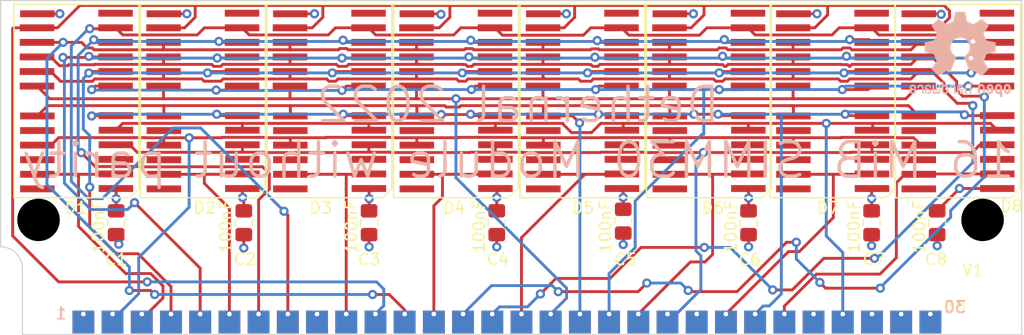
<source format=kicad_pcb>
(kicad_pcb (version 20211014) (generator pcbnew)
  (layers (0 "F.Cu" signal) (1 "In1.Cu" signal) (2 "In2.Cu" signal) (31 "B.Cu" signal) (34 "B.Paste" user) (35 "F.Paste" user) (36 "B.SilkS" user "B.Silkscreen") (37 "F.SilkS" user "F.Silkscreen") (38 "B.Mask" user) (39 "F.Mask" user) (44 "Edge.Cuts" user))
  (net 0 "")
  (net 1 "+5V")
  (net 2 "GNDD")
  (net 3 "/DQ0")
  (net 4 "/~{WE}")
  (net 5 "/~{RAS}")
  (net 6 "/A11")
  (net 7 "/A10")
  (net 8 "/A0")
  (net 9 "/A1")
  (net 10 "/A2")
  (net 11 "/A3")
  (net 12 "/A4")
  (net 13 "/A5")
  (net 14 "/A6")
  (net 15 "/A7")
  (net 16 "/A8")
  (net 17 "/A9")
  (net 18 "/~{CAS}")
  (net 19 "/DQ1")
  (net 20 "/DQ2")
  (net 21 "/DQ3")
  (net 22 "/DQ4")
  (net 23 "/DQ5")
  (net 24 "/DQ6")
  (net 25 "/DQ7")
  (footprint "Package_SOJ26_24:SOJ-26-24_7.62x17.14mm_P1.27mm" (layer "F.Cu") (at 218.3 125.6 180)
    (fp_text reference "D8")
    (fp_text value "km41c16000CK")
  )
  (footprint "Capacitor_SMD:C_0805_2012Metric_Pad1.18x1.45mm_HandSolder" (layer "F.Cu") (at 200.2 136.1 -90)
    (fp_text reference "C6")
    (fp_text value "100nF")
  )
  (footprint "Capacitor_SMD:C_0805_2012Metric_Pad1.18x1.45mm_HandSolder" (layer "F.Cu") (at 156.3 136.1 -90)
    (fp_text reference "C2")
    (fp_text value "100nF")
  )
  (footprint "Package_SOJ26_24:SOJ-26-24_7.62x17.14mm_P1.27mm" (layer "F.Cu") (at 174.65 125.6 180)
    (fp_text reference "D4")
    (fp_text value "km41c16000CK")
  )
  (footprint "Capacitor_SMD:C_0805_2012Metric_Pad1.18x1.45mm_HandSolder" (layer "F.Cu") (at 145.2 136.1 -90)
    (fp_text reference "C1")
    (fp_text value "100nF")
  )
  (footprint "Package_SOJ26_24:SOJ-26-24_7.62x17.14mm_P1.27mm" (layer "F.Cu") (at 185.65 125.6 180)
    (fp_text reference "D5")
    (fp_text value "km41c16000CK")
  )
  (footprint "Capacitor_SMD:C_0805_2012Metric_Pad1.18x1.45mm_HandSolder" (layer "F.Cu") (at 210.9 136.1 -90)
    (fp_text reference "C7")
    (fp_text value "100nF")
  )
  (footprint "Capacitor_SMD:C_0805_2012Metric_Pad1.18x1.45mm_HandSolder" (layer "F.Cu") (at 167.2 136.1 -90)
    (fp_text reference "C3")
    (fp_text value "100nF")
  )
  (footprint "Capacitor_SMD:C_0805_2012Metric_Pad1.18x1.45mm_HandSolder" (layer "F.Cu") (at 189.3 135.9625 -90)
    (fp_text reference "C5")
    (fp_text value "100nF")
  )
  (footprint "Package_SOJ26_24:SOJ-26-24_7.62x17.14mm_P1.27mm" (layer "F.Cu") (at 141.65 125.6 180)
    (fp_text reference "D1")
    (fp_text value "km41c16000CK")
  )
  (footprint "Capacitor_SMD:C_0805_2012Metric_Pad1.18x1.45mm_HandSolder" (layer "F.Cu") (at 216.6 136.1 -90)
    (fp_text reference "C8")
    (fp_text value "100nF")
  )
  (footprint "Capacitor_SMD:C_0805_2012Metric_Pad1.18x1.45mm_HandSolder" (layer "F.Cu") (at 178.3 136.1 -90)
    (fp_text reference "C4")
    (fp_text value "100nF")
  )
  (footprint "Connector_PCBEdge:SIMM30_88.86mm_P2.54mm_Edge" (layer "F.Cu") (at 181.45 144.05)
    (fp_text reference "J1" hide)
    (fp_text value "Conn_01x30_Male" hide)
    (fp_line (start -46.3 -10.1) (end -46.3 -5.856497) (layer "Edge.Cuts") (width 0.1))
    (fp_line (start -44.4 1.8) (end 42.5 1.8) (layer "Edge.Cuts") (width 0.1))
    (fp_line (start -44.4 -3.956497) (end -44.4 1.8) (layer "Edge.Cuts") (width 0.1))
    (fp_line (start 42.5 1.8) (end 42.5 -10.1) (layer "Edge.Cuts") (width 0.1))
    (fp_arc (start -46.3 -5.856497) (mid -44.956497 -5.3) (end -44.4 -3.956497) (layer "Edge.Cuts") (width 0.1))
  )
  (footprint "Package_SOJ26_24:SOJ-26-24_7.62x17.14mm_P1.27mm" (layer "F.Cu") (at 196.65 125.6 180)
    (fp_text reference "D6")
    (fp_text value "km41c16000CK")
  )
  (footprint "Package_SOJ26_24:SOJ-26-24_7.62x17.14mm_P1.27mm" (layer "F.Cu") (at 152.65 125.6 180)
    (fp_text reference "D2")
    (fp_text value "km41c16000CK")
  )
  (footprint "Package_SOJ26_24:SOJ-26-24_7.62x17.14mm_P1.27mm" (layer "F.Cu") (at 163.65 125.6 180)
    (fp_text reference "D3")
    (fp_text value "km41c16000CK")
  )
  (footprint "Package_SOJ26_24:SOJ-26-24_7.62x17.14mm_P1.27mm" (layer "F.Cu") (at 207.4 125.6 180)
    (fp_text reference "D7")
    (fp_text value "km41c16000CK")
  )
  (footprint "Symbol:OSHW-Logo2_9.8x8mm_SilkScreen" (layer "B.Cu") (at 218.6 121.45 180)
    (fp_text reference "LOGO" hide)
    (fp_text value "OSHW-Logo2_9.8x8mm_SilkScreen" hide)
  )
  (gr_line (start 223.95 133.95) (end 223.95 119.3) (layer "Edge.Cuts") (width 0.1))
  (gr_line (start 135.15 116.75) (end 223.95 116.75) (layer "Edge.Cuts") (width 0.1))
  (gr_line (start 223.95 119.3) (end 223.95 116.75) (layer "Edge.Cuts") (width 0.1))
  (gr_line (start 135.15 133.95) (end 135.15 119.3) (layer "Edge.Cuts") (width 0.1))
  (gr_line (start 135.15 116.75) (end 135.15 119.3) (layer "Edge.Cuts") (width 0.1))
  (gr_text "Dethernal 2022\n16 MiB SIMM30 Module without parity" (at 180.15 128.25) (layer "B.SilkS") (effects (font (size 3 3) (thickness 0.3)) (justify mirror)))
  (gr_text "30" (at 218.15 143.45) (layer "B.SilkS") (effects (font (size 1 1)) (justify mirror)))
  (gr_text "1" (at 140.4 144) (layer "B.SilkS") (effects (font (size 1 1)) (justify mirror)))
  (gr_text "V1" (at 219.7 140.25) (layer "F.SilkS") (effects (font (size 1 1))))
  (gr_text "1" (at 140.4 144) (layer "F.SilkS") (effects (font (size 1 1))))
  (gr_text "30" (at 218.15 143.45) (layer "F.SilkS") (effects (font (size 1 1))))
  (segment (start 156.18 133.12) (end 156.18 133.88) (width 0.25) (layer "F.Cu") (net 1))
  (segment (start 210.9 135.0625) (end 210.9 133.15) (width 0.25) (layer "F.Cu") (net 1))
  (segment (start 216.6 135.0625) (end 218.5425 133.12) (width 0.25) (layer "F.Cu") (net 1))
  (segment (start 200.2 135.0625) (end 200.2 133.14) (width 0.25) (layer "F.Cu") (net 1))
  (segment (start 178.3 135.0625) (end 178.3 133.24) (width 0.25) (layer "F.Cu") (net 1))
  (segment (start 156.18 133.88) (end 156.2 133.9) (width 0.25) (layer "F.Cu") (net 1))
  (segment (start 189.3 134.925) (end 189.3 134) (width 0.25) (layer "F.Cu") (net 1))
  (segment (start 145.2 134) (end 145.2 133.14) (width 0.25) (layer "F.Cu") (net 1))
  (segment (start 156.3 134) (end 156.2 133.9) (width 0.25) (layer "F.Cu") (net 1))
  (segment (start 218.5425 133.12) (end 221.83 133.12) (width 0.25) (layer "F.Cu") (net 1))
  (segment (start 167.2 135.0625) (end 167.2 133.14) (width 0.25) (layer "F.Cu") (net 1))
  (segment (start 156.3 135.0625) (end 156.3 134) (width 0.25) (layer "F.Cu") (net 1))
  (segment (start 189.3 134) (end 189.3 133.24) (width 0.25) (layer "F.Cu") (net 1))
  (segment (start 145.2 135.0625) (end 145.2 134) (width 0.25) (layer "F.Cu") (net 1))
  (via (at 200.2 133.95) (size 0.8) (drill 0.4) (layers "F.Cu" "B.Cu") (net 1))
  (via (at 178.3 133.9) (size 0.8) (drill 0.4) (layers "F.Cu" "B.Cu") (net 1))
  (via (at 210.9 134) (size 0.8) (drill 0.4) (layers "F.Cu" "B.Cu") (net 1))
  (via (at 156.2 133.9) (size 0.8) (drill 0.4) (layers "F.Cu" "B.Cu") (net 1))
  (via (at 167.2 134) (size 0.8) (drill 0.4) (layers "F.Cu" "B.Cu") (net 1))
  (via (at 189.3 133.9) (size 0.8) (drill 0.4) (layers "F.Cu" "B.Cu") (net 1))
  (via (at 145.2 134) (size 0.8) (drill 0.4) (layers "F.Cu" "B.Cu") (net 1))
  (via (at 218.5425 133.12) (size 0.8) (drill 0.4) (layers "F.Cu" "B.Cu") (net 1))
  (segment (start 178.3 137.1375) (end 178.3 138.2) (width 0.25) (layer "F.Cu") (net 2))
  (segment (start 215 117.9) (end 216.9 117.9) (width 0.25) (layer "F.Cu") (net 2))
  (segment (start 182.35 117.9) (end 184.349989 117.9) (width 0.25) (layer "F.Cu") (net 2))
  (segment (start 204.1 117.9) (end 206.149989 117.9) (width 0.25) (layer "F.Cu") (net 2))
  (segment (start 145.2 137.737894) (end 145.431053 137.968947) (width 0.25) (layer "F.Cu") (net 2))
  (segment (start 173.4 117.9) (end 173.45 117.95) (width 0.25) (layer "F.Cu") (net 2))
  (segment (start 189.3 137) (end 189.3 138) (width 0.25) (layer "F.Cu") (net 2))
  (segment (start 160.35 117.9) (end 162.45 117.9) (width 0.25) (layer "F.Cu") (net 2))
  (segment (start 216.9 117.9) (end 216.95 117.95) (width 0.25) (layer "F.Cu") (net 2))
  (segment (start 193.35 117.9) (end 195.399989 117.9) (width 0.25) (layer "F.Cu") (net 2))
  (segment (start 156.3 137.1375) (end 156.3 138.3) (width 0.25) (layer "F.Cu") (net 2))
  (segment (start 210.9 137.1375) (end 210.9 138.1) (width 0.25) (layer "F.Cu") (net 2))
  (segment (start 138.35 117.9) (end 140.3 117.9) (width 0.25) (layer "F.Cu") (net 2))
  (segment (start 184.349989 117.9) (end 184.35 117.899989) (width 0.25) (layer "F.Cu") (net 2))
  (segment (start 195.399989 117.9) (end 195.4 117.899989) (width 0.25) (layer "F.Cu") (net 2))
  (segment (start 145.2 137.1375) (end 145.2 137.737894) (width 0.25) (layer "F.Cu") (net 2))
  (segment (start 206.149989 117.9) (end 206.15 117.899989) (width 0.25) (layer "F.Cu") (net 2))
  (segment (start 200.2 137.1375) (end 200.2 138.2) (width 0.25) (layer "F.Cu") (net 2))
  (segment (start 167.2 137.1375) (end 167.2 138.2) (width 0.25) (layer "F.Cu") (net 2))
  (segment (start 216.6 137.1375) (end 216.6 138.1) (width 0.25) (layer "F.Cu") (net 2))
  (segment (start 149.35 117.9) (end 151.35 117.9) (width 0.25) (layer "F.Cu") (net 2))
  (segment (start 171.35 117.9) (end 173.4 117.9) (width 0.25) (layer "F.Cu") (net 2))
  (via (at 140.3 117.9) (size 0.8) (drill 0.4) (layers "F.Cu" "B.Cu") (net 2))
  (via (at 173.45 117.95) (size 0.8) (drill 0.4) (layers "F.Cu" "B.Cu") (net 2))
  (via (at 178.3 138.2) (size 0.8) (drill 0.4) (layers "F.Cu" "B.Cu") (net 2))
  (via (at 206.15 117.899989) (size 0.8) (drill 0.4) (layers "F.Cu" "B.Cu") (net 2))
  (via (at 195.4 117.899989) (size 0.8) (drill 0.4) (layers "F.Cu" "B.Cu") (net 2))
  (via (at 184.35 117.899989) (size 0.8) (drill 0.4) (layers "F.Cu" "B.Cu") (net 2))
  (via (at 145.431053 137.968947) (size 0.8) (drill 0.4) (layers "F.Cu" "B.Cu") (net 2))
  (via (at 167.2 138.2) (size 0.8) (drill 0.4) (layers "F.Cu" "B.Cu") (net 2))
  (via (at 200.2 138.2) (size 0.8) (drill 0.4) (layers "F.Cu" "B.Cu") (net 2))
  (via (at 156.3 138.3) (size 0.8) (drill 0.4) (layers "F.Cu" "B.Cu") (net 2))
  (via (at 189.3 138) (size 0.8) (drill 0.4) (layers "F.Cu" "B.Cu") (net 2))
  (via (at 151.35 117.9) (size 0.8) (drill 0.4) (layers "F.Cu" "B.Cu") (net 2))
  (via (at 210.9 138.1) (size 0.8) (drill 0.4) (layers "F.Cu" "B.Cu") (net 2))
  (via (at 162.45 117.9) (size 0.8) (drill 0.4) (layers "F.Cu" "B.Cu") (net 2))
  (via (at 216.6 138.1) (size 0.8) (drill 0.4) (layers "F.Cu" "B.Cu") (net 2))
  (via (at 216.95 117.95) (size 0.8) (drill 0.4) (layers "F.Cu" "B.Cu") (net 2))
  (segment (start 141.93 131.88) (end 141.93 136.415704) (width 0.25) (layer "F.Cu") (net 3))
  (segment (start 147.874614 144.05) (end 149.274511 142.650103) (width 0.25) (layer "F.Cu") (net 3))
  (segment (start 141.93 136.415704) (end 146.039795 140.525499) (width 0.25) (layer "F.Cu") (net 3))
  (segment (start 149.274511 141.599911) (end 148.200099 140.525499) (width 0.25) (layer "F.Cu") (net 3))
  (segment (start 141.93 131.88) (end 145.15 131.88) (width 0.25) (layer "F.Cu") (net 3))
  (segment (start 146.039795 140.525499) (end 148.200099 140.525499) (width 0.25) (layer "F.Cu") (net 3))
  (segment (start 149.274511 142.650103) (end 149.274511 141.599911) (width 0.25) (layer "F.Cu") (net 3))
  (segment (start 138.35 131.88) (end 141.93 131.88) (width 0.25) (layer "F.Cu") (net 3))
  (segment (start 210.93 129.930978) (end 210.905489 129.955489) (width 0.25) (layer "F.Cu") (net 4))
  (segment (start 167.144511 129.955489) (end 169.055489 129.955489) (width 0.25) (layer "F.Cu") (net 4))
  (segment (start 169.085489 129.985489) (end 175.940978 129.985489) (width 0.25) (layer "F.Cu") (net 4))
  (segment (start 156.18 129.31) (end 156.18 129.88) (width 0.25) (layer "F.Cu") (net 4))
  (segment (start 213.205489 129.985489) (end 219.640978 129.985489) (width 0.25) (layer "F.Cu") (net 4))
  (segment (start 219.640978 129.985489) (end 220.316467 129.31) (width 0.25) (layer "F.Cu") (net 4))
  (segment (start 158.335489 129.985489) (end 165.325489 129.985489) (width 0.25) (layer "F.Cu") (net 4))
  (segment (start 200.194511 129.955489) (end 202.055489 129.955489) (width 0.25) (layer "F.Cu") (net 4))
  (segment (start 210.905489 129.955489) (end 213.175489 129.955489) (width 0.25) (layer "F.Cu") (net 4))
  (segment (start 156.255489 129.955489) (end 158.305489 129.955489) (width 0.25) (layer "F.Cu") (net 4))
  (segment (start 187.325489 129.985489) (end 187.355489 129.955489) (width 0.25) (layer "F.Cu") (net 4))
  (segment (start 191.155489 129.955489) (end 191.185489 129.985489) (width 0.25) (layer "F.Cu") (net 4))
  (segment (start 158.305489 129.955489) (end 158.335489 129.985489) (width 0.25) (layer "F.Cu") (net 4))
  (segment (start 213.175489 129.955489) (end 213.205489 129.985489) (width 0.25) (layer "F.Cu") (net 4))
  (segment (start 210.93 129.31) (end 210.93 129.930978) (width 0.25) (layer "F.Cu") (net 4))
  (segment (start 165.355489 129.955489) (end 167.144511 129.955489) (width 0.25) (layer "F.Cu") (net 4))
  (segment (start 189.18 129.31) (end 189.18 129.840978) (width 0.25) (layer "F.Cu") (net 4))
  (segment (start 169.055489 129.955489) (end 169.085489 129.985489) (width 0.25) (layer "F.Cu") (net 4))
  (segment (start 189.18 129.840978) (end 189.294511 129.955489) (width 0.25) (layer "F.Cu") (net 4))
  (segment (start 209.075489 129.985489) (end 209.105489 129.955489) (width 0.25) (layer "F.Cu") (net 4))
  (segment (start 175.940978 129.985489) (end 175.970978 129.955489) (width 0.25) (layer "F.Cu") (net 4))
  (segment (start 167.18 129.92) (end 167.144511 129.955489) (width 0.25) (layer "F.Cu") (net 4))
  (segment (start 200.18 129.940978) (end 200.194511 129.955489) (width 0.25) (layer "F.Cu") (net 4))
  (segment (start 178.155489 129.955489) (end 180.525489 129.955489) (width 0.25) (layer "F.Cu") (net 4))
  (segment (start 209.105489 129.955489) (end 210.905489 129.955489) (width 0.25) (layer "F.Cu") (net 4))
  (segment (start 156.18 129.88) (end 156.255489 129.955489) (width 0.25) (layer "F.Cu") (net 4))
  (segment (start 165.325489 129.985489) (end 165.355489 129.955489) (width 0.25) (layer "F.Cu") (net 4))
  (segment (start 220.316467 129.31) (end 221.83 129.31) (width 0.25) (layer "F.Cu") (net 4))
  (segment (start 146.38 129.31) (end 147.034511 129.964511) (width 0.25) (layer "F.Cu") (net 4))
  (segment (start 200.18 129.31) (end 200.18 129.940978) (width 0.25) (layer "F.Cu") (net 4))
  (segment (start 198.355489 129.955489) (end 200.194511 129.955489) (width 0.25) (layer "F.Cu") (net 4))
  (segment (start 189.294511 129.955489) (end 191.155489 129.955489) (width 0.25) (layer "F.Cu") (net 4))
  (segment (start 198.325489 129.985489) (end 198.355489 129.955489) (width 0.25) (layer "F.Cu") (net 4))
  (segment (start 180.555489 129.985489) (end 187.325489 129.985489) (width 0.25) (layer "F.Cu") (net 4))
  (segment (start 202.085489 129.985489) (end 209.075489 129.985489) (width 0.25) (layer "F.Cu") (net 4))
  (segment (start 187.355489 129.955489) (end 189.294511 129.955489) (width 0.25) (layer "F.Cu") (net 4))
  (segment (start 202.055489 129.955489) (end 202.085489 129.985489) (width 0.25) (layer "F.Cu") (net 4))
  (segment (start 154.346467 129.964511) (end 154.355489 129.955489) (width 0.25) (layer "F.Cu") (net 4))
  (segment (start 178.18 129.31) (end 178.18 129.930978) (width 0.25) (layer "F.Cu") (net 4))
  (segment (start 175.970978 129.955489) (end 178.155489 129.955489) (width 0.25) (layer "F.Cu") (net 4))
  (segment (start 147.034511 129.964511) (end 154.346467 129.964511) (width 0.25) (layer "F.Cu") (net 4))
  (segment (start 180.525489 129.955489) (end 180.555489 129.985489) (width 0.25) (layer "F.Cu") (net 4))
  (segment (start 178.18 129.930978) (end 178.155489 129.955489) (width 0.25) (layer "F.Cu") (net 4))
  (segment (start 154.355489 129.955489) (end 156.255489 129.955489) (width 0.25) (layer "F.Cu") (net 4))
  (segment (start 167.18 129.31) (end 167.18 129.92) (width 0.25) (layer "F.Cu") (net 4))
  (segment (start 191.185489 129.985489) (end 198.325489 129.985489) (width 0.25) (layer "F.Cu") (net 4))
  (via (at 196.264511 129.985489) (size 0.8) (drill 0.4) (layers "F.Cu" "B.Cu") (net 4))
  (segment (start 195.625499 130.624501) (end 195.625499 138.550099) (width 0.25) (layer "B.Cu") (net 4))
  (segment (start 196.050489 138.975089) (end 196.050489 141.924125) (width 0.25) (layer "B.Cu") (net 4))
  (segment (start 195.625499 138.550099) (end 196.050489 138.975089) (width 0.25) (layer "B.Cu") (net 4))
  (segment (start 196.050489 141.924125) (end 193.924614 144.05) (width 0.25) (layer "B.Cu") (net 4))
  (segment (start 196.264511 129.985489) (end 195.625499 130.624501) (width 0.25) (layer "B.Cu") (net 4))
  (segment (start 178.18 127.47) (end 178.18 128.04) (width 0.25) (layer "F.Cu") (net 5))
  (segment (start 184.054511 127.504511) (end 184.794991 128.244991) (width 0.25) (layer "F.Cu") (net 5))
  (segment (start 200.195489 127.445489) (end 200.18 127.460978) (width 0.25) (layer "F.Cu") (net 5))
  (segment (start 184.054511 127.445489) (end 184.054511 127.504511) (width 0.25) (layer "F.Cu") (net 5))
  (segment (start 200.18 127.460978) (end 200.18 128.04) (width 0.25) (layer "F.Cu") (net 5))
  (segment (start 221.235489 127.445489) (end 221.83 128.04) (width 0.25) (layer "F.Cu") (net 5))
  (segment (start 167.18 127.460978) (end 167.18 128.04) (width 0.25) (layer "F.Cu") (net 5))
  (segment (start 145.18 128.04) (end 145.774511 127.445489) (width 0.25) (layer "F.Cu") (net 5))
  (segment (start 167.195489 127.445489) (end 167.18 127.460978) (width 0.25) (layer "F.Cu") (net 5))
  (segment (start 186.545987 128.244991) (end 187.345489 127.445489) (width 0.25) (layer "F.Cu") (net 5))
  (segment (start 210.995489 127.445489) (end 221.235489 127.445489) (width 0.25) (layer "F.Cu") (net 5))
  (segment (start 145.774511 127.445489) (end 156.154511 127.445489) (width 0.25) (layer "F.Cu") (net 5))
  (segment (start 156.154511 127.445489) (end 167.195489 127.445489) (width 0.25) (layer "F.Cu") (net 5))
  (segment (start 189.295489 127.445489) (end 189.295489 127.924511) (width 0.25) (layer "F.Cu") (net 5))
  (segment (start 156.154511 127.445489) (end 156.18 127.470978) (width 0.25) (layer "F.Cu") (net 5))
  (segment (start 189.295489 127.445489) (end 200.195489 127.445489) (width 0.25) (layer "F.Cu") (net 5))
  (segment (start 156.18 127.470978) (end 156.18 128.04) (width 0.25) (layer "F.Cu") (net 5))
  (segment (start 167.195489 127.445489) (end 178.204511 127.445489) (width 0.25) (layer "F.Cu") (net 5))
  (segment (start 200.195489 127.445489) (end 210.995489 127.445489) (width 0.25) (layer "F.Cu") (net 5))
  (segment (start 178.204511 127.445489) (end 178.18 127.47) (width 0.25) (layer "F.Cu") (net 5))
  (segment (start 178.204511 127.445489) (end 184.054511 127.445489) (width 0.25) (layer "F.Cu") (net 5))
  (segment (start 184.794991 128.244991) (end 186.545987 128.244991) (width 0.25) (layer "F.Cu") (net 5))
  (segment (start 210.995489 127.445489) (end 210.995489 127.974511) (width 0.25) (layer "F.Cu") (net 5))
  (segment (start 187.345489 127.445489) (end 189.295489 127.445489) (width 0.25) (layer "F.Cu") (net 5))
  (via (at 206.954511 127.445489) (size 0.8) (drill 0.4) (layers "F.Cu" "B.Cu") (net 5))
  (segment (start 206.954511 127.445489) (end 206.954511 137.254511) (width 0.25) (layer "B.Cu") (net 5))
  (segment (start 206.954511 137.254511) (end 208.39 138.69) (width 0.25) (layer "B.Cu") (net 5))
  (segment (start 208.39 138.69) (end 208.39 144.05) (width 0.25) (layer "B.Cu") (net 5))
  (segment (start 143.103522 126.77) (end 143.073522 126.8) (width 0.25) (layer "F.Cu") (net 6))
  (segment (start 178.18 126.77) (end 176.146119 126.77) (width 0.25) (layer "F.Cu") (net 6))
  (segment (start 176.146119 126.77) (end 176.0245 126.648381) (width 0.25) (layer "F.Cu") (net 6))
  (segment (start 221.83 126.77) (end 219.048999 126.77) (width 0.25) (layer "F.Cu") (net 6))
  (segment (start 176.0245 126.648381) (end 175.995633 126.677248) (width 0.25) (layer "F.Cu") (net 6))
  (segment (start 167.18 126.77) (end 165.07 126.77) (width 0.25) (layer "F.Cu") (net 6))
  (segment (start 156.18 126.77) (end 154.07 126.77) (width 0.25) (layer "F.Cu") (net 6))
  (segment (start 165.07 126.77) (end 164.95 126.65) (width 0.25) (layer "F.Cu") (net 6))
  (segment (start 187.15 126.65) (end 189.06 126.65) (width 0.25) (layer "F.Cu") (net 6))
  (segment (start 219.048999 126.77) (end 218.9755 126.696501) (width 0.25) (layer "F.Cu") (net 6))
  (segment (start 200.18 126.77) (end 197.67 126.77) (width 0.25) (layer "F.Cu") (net 6))
  (segment (start 175.995633 126.677248) (end 173.4755 126.677248) (width 0.25) (layer "F.Cu") (net 6))
  (segment (start 145.18 126.77) (end 143.103522 126.77) (width 0.25) (layer "F.Cu") (net 6))
  (segment (start 197.55 126.65) (end 195.449502 126.65) (width 0.25) (layer "F.Cu") (net 6))
  (segment (start 208.72 126.77) (end 208.6 126.65) (width 0.25) (layer "F.Cu") (net 6))
  (segment (start 210.93 126.77) (end 208.72 126.77) (width 0.25) (layer "F.Cu") (net 6))
  (segment (start 197.67 126.77) (end 197.55 126.65) (width 0.25) (layer "F.Cu") (net 6))
  (segment (start 154.07 126.77) (end 153.95 126.65) (width 0.25) (layer "F.Cu") (net 6))
  (via (at 195.449502 126.65) (size 0.8) (drill 0.4) (layers "F.Cu" "B.Cu") (net 6))
  (via (at 164.95 126.65) (size 0.8) (drill 0.4) (layers "F.Cu" "B.Cu") (net 6))
  (via (at 153.95 126.65) (size 0.8) (drill 0.4) (layers "F.Cu" "B.Cu") (net 6))
  (via (at 208.6 126.65) (size 0.8) (drill 0.4) (layers "F.Cu" "B.Cu") (net 6))
  (via (at 143.073522 126.8) (size 0.8) (drill 0.4) (layers "F.Cu" "B.Cu") (net 6))
  (via (at 173.4755 126.677248) (size 0.8) (drill 0.4) (layers "F.Cu" "B.Cu") (net 6))
  (via (at 218.9755 126.696501) (size 0.8) (drill 0.4) (layers "F.Cu" "B.Cu") (net 6))
  (via (at 187.15 126.65) (size 0.8) (drill 0.4) (layers "F.Cu" "B.Cu") (net 6))
  (via (at 197.55 126.65) (size 0.8) (drill 0.4) (layers "F.Cu" "B.Cu") (net 6))
  (via (at 176.0245 126.648381) (size 0.8) (drill 0.4) (layers "F.Cu" "B.Cu") (net 6))
  (segment (start 203.05 142.3) (end 202 143.35) (width 0.25) (layer "B.Cu") (net 6))
  (segment (start 203.05 126.65) (end 203.05 142.3) (width 0.25) (layer "B.Cu") (net 6))
  (segment (start 187.15 126.65) (end 176.026119 126.65) (width 0.25) (layer "B.Cu") (net 6))
  (segment (start 153.95 126.65) (end 143.223522 126.65) (width 0.25) (layer "B.Cu") (net 6))
  (segment (start 164.95 126.65) (end 153.95 126.65) (width 0.25) (layer "B.Cu") (net 6))
  (segment (start 203.05 126.65) (end 197.55 126.65) (width 0.25) (layer "B.Cu") (net 6))
  (segment (start 208.8 126.45) (end 218.728999 126.45) (width 0.25) (layer "B.Cu") (net 6))
  (segment (start 208.6 126.65) (end 208.8 126.45) (width 0.25) (layer "B.Cu") (net 6))
  (segment (start 208.6 126.65) (end 203.05 126.65) (width 0.25) (layer "B.Cu") (net 6))
  (segment (start 173.448252 126.65) (end 173.4755 126.677248) (width 0.25) (layer "B.Cu") (net 6))
  (segment (start 176.026119 126.65) (end 176.0245 126.648381) (width 0.25) (layer "B.Cu") (net 6))
  (segment (start 195.35 126.65) (end 187.15 126.65) (width 0.25) (layer "B.Cu") (net 6))
  (segment (start 164.95 126.65) (end 173.448252 126.65) (width 0.25) (layer "B.Cu") (net 6))
  (segment (start 218.728999 126.45) (end 218.9755 126.696501) (width 0.25) (layer "B.Cu") (net 6))
  (segment (start 202 143.35) (end 201.47 143.35) (width 0.25) (layer "B.Cu") (net 6))
  (segment (start 201.47 143.35) (end 200.77 144.05) (width 0.25) (layer "B.Cu") (net 6))
  (segment (start 195.35 126.65) (end 195.449502 126.65) (width 0.25) (layer "B.Cu") (net 6))
  (segment (start 143.223522 126.65) (end 143.073522 126.8) (width 0.25) (layer "B.Cu") (net 6))
  (segment (start 210.9 124.2) (end 210.6 124.5) (width 0.25) (layer "F.Cu") (net 7))
  (segment (start 155.8 124.55) (end 153.9 124.55) (width 0.25) (layer "F.Cu") (net 7))
  (segment (start 167.15 124.2) (end 165.2255 124.2) (width 0.25) (layer "F.Cu") (net 7))
  (segment (start 200.15 124.2) (end 199.85 124.5) (width 0.25) (layer "F.Cu") (net 7))
  (segment (start 165.2255 124.2) (end 164.85 124.5755) (width 0.25) (layer "F.Cu") (net 7))
  (segment (start 178.15 124.2) (end 176.4 124.2) (width 0.25) (layer "F.Cu") (net 7))
  (segment (start 187.2 124.2) (end 186.9 124.5) (width 0.25) (layer "F.Cu") (net 7))
  (segment (start 221.8 124.2) (end 219.3 124.2) (width 0.25) (layer "F.Cu") (net 7))
  (segment (start 143.381622 124.2) (end 143.073522 124.5081) (width 0.25) (layer "F.Cu") (net 7))
  (segment (start 176.4 124.2) (end 176.1 124.5) (width 0.25) (layer "F.Cu") (net 7))
  (segment (start 189.15 124.2) (end 187.2 124.2) (width 0.25) (layer "F.Cu") (net 7))
  (segment (start 156.15 124.2) (end 155.8 124.55) (width 0.25) (layer "F.Cu") (net 7))
  (segment (start 145.15 124.2) (end 143.381622 124.2) (width 0.25) (layer "F.Cu") (net 7))
  (segment (start 199.85 124.5) (end 197.65 124.5) (width 0.25) (layer "F.Cu") (net 7))
  (segment (start 210.6 124.5) (end 208.35 124.5) (width 0.25) (layer "F.Cu") (net 7))
  (via (at 208.35 124.5) (size 0.8) (drill 0.4) (layers "F.Cu" "B.Cu") (net 7))
  (via (at 176.1 124.5) (size 0.8) (drill 0.4) (layers "F.Cu" "B.Cu") (net 7))
  (via (at 143.073522 124.5081) (size 0.8) (drill 0.4) (layers "F.Cu" "B.Cu") (net 7))
  (via (at 164.85 124.5755) (size 0.8) (drill 0.4) (layers "F.Cu" "B.Cu") (net 7))
  (via (at 219.3 124.2) (size 0.8) (drill 0.4) (layers "F.Cu" "B.Cu") (net 7))
  (via (at 153.9 124.55) (size 0.8) (drill 0.4) (layers "F.Cu" "B.Cu") (net 7))
  (via (at 197.65 124.5) (size 0.8) (drill 0.4) (layers "F.Cu" "B.Cu") (net 7))
  (via (at 186.9 124.5) (size 0.8) (drill 0.4) (layers "F.Cu" "B.Cu") (net 7))
  (segment (start 153.9 124.55) (end 143.115422 124.55) (width 0.25) (layer "B.Cu") (net 7))
  (segment (start 186.9 124.5) (end 176.1 124.5) (width 0.25) (layer "B.Cu") (net 7))
  (segment (start 143.115422 124.55) (end 143.073522 124.5081) (width 0.25) (layer "B.Cu") (net 7))
  (segment (start 208.65 124.2) (end 208.35 124.5) (width 0.25) (layer "B.Cu") (net 7))
  (segment (start 196.3 124.5) (end 196.3 128.4) (width 0.25) (layer "B.Cu") (net 7))
  (segment (start 165.1 124.5) (end 164.9 124.7) (width 0.25) (layer "B.Cu") (net 7))
  (segment (start 219.3 124.2) (end 208.65 124.2) (width 0.25) (layer "B.Cu") (net 7))
  (segment (start 164.9 124.6255) (end 164.85 124.5755) (width 0.25) (layer "B.Cu") (net 7))
  (segment (start 190.34 134.21) (end 190.34 138.26) (width 0.25) (layer "B.Cu") (net 7))
  (segment (start 188.07 144.05) (end 188.07 140.53) (width 0.25) (layer "B.Cu") (net 7))
  (segment (start 153.9255 124.5755) (end 153.9 124.55) (width 0.25) (layer "B.Cu") (net 7))
  (segment (start 197.65 124.5) (end 196.3 124.5) (width 0.25) (layer "B.Cu") (net 7))
  (segment (start 196.3 128.4) (end 196.15 128.4) (width 0.25) (layer "B.Cu") (net 7))
  (segment (start 208.35 124.5) (end 197.65 124.5) (width 0.25) (layer "B.Cu") (net 7))
  (segment (start 188.07 140.53) (end 190.34 138.26) (width 0.25) (layer "B.Cu") (net 7))
  (segment (start 196.15 128.4) (end 190.34 134.21) (width 0.25) (layer "B.Cu") (net 7))
  (segment (start 164.85 124.5755) (end 153.9255 124.5755) (width 0.25) (layer "B.Cu") (net 7))
  (segment (start 164.9 124.7) (end 164.9 124.6255) (width 0.25) (layer "B.Cu") (net 7))
  (segment (start 196.3 124.5) (end 186.9 124.5) (width 0.25) (layer "B.Cu") (net 7))
  (segment (start 176.1 124.5) (end 165.1 124.5) (width 0.25) (layer "B.Cu") (net 7))
  (segment (start 189.15 122.93) (end 186.32 122.93) (width 0.25) (layer "F.Cu") (net 8))
  (segment (start 186.32 122.93) (end 186.2 123.05) (width 0.25) (layer "F.Cu") (net 8))
  (segment (start 142.95 136.512493) (end 142.9 136.462493) (width 0.25) (layer "F.Cu") (net 8))
  (segment (start 145.237507 138.8) (end 142.95 136.512493) (width 0.25) (layer "F.Cu") (net 8))
  (segment (start 145.15 122.93) (end 142.953599 122.93) (width 0.25) (layer "F.Cu") (net 8))
  (segment (start 142.953599 122.93) (end 142.8245 123.059099) (width 0.25) (layer "F.Cu") (net 8))
  (segment (start 167.15 122.93) (end 164.12 122.93) (width 0.25) (layer "F.Cu") (net 8))
  (segment (start 197.77 122.93) (end 197.65 123.05) (width 0.25) (layer "F.Cu") (net 8))
  (segment (start 200.15 122.93) (end 197.77 122.93) (width 0.25) (layer "F.Cu") (net 8))
  (segment (start 164.12 122.93) (end 164 123.05) (width 0.25) (layer "F.Cu") (net 8))
  (segment (start 178.15 122.93) (end 175.42 122.93) (width 0.25) (layer "F.Cu") (net 8))
  (segment (start 153.27 122.93) (end 153.15 123.05) (width 0.25) (layer "F.Cu") (net 8))
  (segment (start 221.8 122.93) (end 219.67 122.93) (width 0.25) (layer "F.Cu") (net 8))
  (segment (start 147.110318 138.8) (end 145.237507 138.8) (width 0.25) (layer "F.Cu") (net 8))
  (segment (start 149.97 141.659682) (end 147.110318 138.8) (width 0.25) (layer "F.Cu") (net 8))
  (segment (start 208.62 122.93) (end 208.5 123.05) (width 0.25) (layer "F.Cu") (net 8))
  (segment (start 156.15 122.93) (end 153.27 122.93) (width 0.25) (layer "F.Cu") (net 8))
  (segment (start 219.67 122.93) (end 219.55 123.05) (width 0.25) (layer "F.Cu") (net 8))
  (segment (start 142.9 136.462493) (end 142.9 133) (width 0.25) (layer "F.Cu") (net 8))
  (segment (start 210.9 122.93) (end 208.62 122.93) (width 0.25) (layer "F.Cu") (net 8))
  (segment (start 175.42 122.93) (end 175.3 123.05) (width 0.25) (layer "F.Cu") (net 8))
  (segment (start 149.97 144.05) (end 149.97 141.659682) (width 0.25) (layer "F.Cu") (net 8))
  (via (at 197.65 123.05) (size 0.8) (drill 0.4) (layers "F.Cu" "B.Cu") (net 8))
  (via (at 219.55 123.05) (size 0.8) (drill 0.4) (layers "F.Cu" "B.Cu") (net 8))
  (via (at 208.5 123.05) (size 0.8) (drill 0.4) (layers "F.Cu" "B.Cu") (net 8))
  (via (at 175.3 123.05) (size 0.8) (drill 0.4) (layers "F.Cu" "B.Cu") (net 8))
  (via (at 142.9 133) (size 0.8) (drill 0.4) (layers "F.Cu" "B.Cu") (net 8))
  (via (at 142.8245 123.059099) (size 0.8) (drill 0.4) (layers "F.Cu" "B.Cu") (net 8))
  (via (at 186.2 123.05) (size 0.8) (drill 0.4) (layers "F.Cu" "B.Cu") (net 8))
  (via (at 164 123.05) (size 0.8) (drill 0.4) (layers "F.Cu" "B.Cu") (net 8))
  (via (at 153.15 123.05) (size 0.8) (drill 0.4) (layers "F.Cu" "B.Cu") (net 8))
  (segment (start 142.9 133) (end 142.9 128.5) (width 0.25) (layer "B.Cu") (net 8))
  (segment (start 197.65 123.05) (end 208.5 123.05) (width 0.25) (layer "B.Cu") (net 8))
  (segment (start 186.2 123.05) (end 197.65 123.05) (width 0.25) (layer "B.Cu") (net 8))
  (segment (start 164 123.05) (end 175.3 123.05) (width 0.25) (layer "B.Cu") (net 8))
  (segment (start 142.349022 123.534577) (end 142.8245 123.059099) (width 0.25) (layer "B.Cu") (net 8))
  (segment (start 142.833599 123.05) (end 142.8245 123.059099) (width 0.25) (layer "B.Cu") (net 8))
  (segment (start 142.9 128.5) (end 142.349022 127.949022) (width 0.25) (layer "B.Cu") (net 8))
  (segment (start 219.3 123.05) (end 219.55 123.05) (width 0.25) (layer "B.Cu") (net 8))
  (segment (start 142.349022 127.949022) (end 142.349022 123.534577) (width 0.25) (layer "B.Cu") (net 8))
  (segment (start 175.3 123.05) (end 186.2 123.05) (width 0.25) (layer "B.Cu") (net 8))
  (segment (start 153.15 123.05) (end 142.833599 123.05) (width 0.25) (layer "B.Cu") (net 8))
  (segment (start 153.15 123.05) (end 164 123.05) (width 0.25) (layer "B.Cu") (net 8))
  (segment (start 208.5 123.05) (end 219.3 123.05) (width 0.25) (layer "B.Cu") (net 8))
  (segment (start 142.743697 121.7) (end 140.5755 121.7) (width 0.25) (layer "F.Cu") (net 9))
  (segment (start 219.540011 121.759989) (end 221.700011 121.759989) (width 0.25) (layer "F.Cu") (net 9))
  (segment (start 152.51 144.05) (end 152.51 140.06) (width 0.25) (layer "F.Cu") (net 9))
  (segment (start 142.833599 121.610098) (end 142.743697 121.7) (width 0.25) (layer "F.Cu") (net 9))
  (segment (start 176.059989 121.759989) (end 178.050011 121.759989) (width 0.25) (layer "F.Cu") (net 9))
  (segment (start 208.659989 121.759989) (end 210.800011 121.759989) (width 0.25) (layer "F.Cu") (net 9))
  (segment (start 198.109989 121.759989) (end 200.050011 121.759989) (width 0.25) (layer "F.Cu") (net 9))
  (segment (start 164.909989 121.759989) (end 167.050011 121.759989) (width 0.25) (layer "F.Cu") (net 9))
  (segment (start 145.15 121.66) (end 143.21 121.66) (width 0.25) (layer "F.Cu") (net 9))
  (segment (start 154.159989 121.759989) (end 156.050011 121.759989) (width 0.25) (layer "F.Cu") (net 9))
  (segment (start 152.51 140.06) (end 146.8 134.35) (width 0.25) (layer "F.Cu") (net 9))
  (segment (start 187.009989 121.759989) (end 189.050011 121.759989) (width 0.25) (layer "F.Cu") (net 9))
  (via (at 208.709989 121.600999) (size 0.8) (drill 0.4) (layers "F.Cu" "B.Cu") (net 9))
  (via (at 140.5755 121.7) (size 0.8) (drill 0.4) (layers "F.Cu" "B.Cu") (net 9))
  (via (at 219.540011 121.759989) (size 0.8) (drill 0.4) (layers "F.Cu" "B.Cu") (net 9))
  (via (at 146.8 134.35) (size 0.8) (drill 0.4) (layers "F.Cu" "B.Cu") (net 9))
  (via (at 175.883051 121.658536) (size 0.8) (drill 0.4) (layers "F.Cu" "B.Cu") (net 9))
  (via (at 197.940011 121.600999) (size 0.8) (drill 0.4) (layers "F.Cu" "B.Cu") (net 9))
  (via (at 153.989849 121.755989) (size 0.8) (drill 0.4) (layers "F.Cu" "B.Cu") (net 9))
  (via (at 142.833599 121.610098) (size 0.8) (drill 0.4) (layers "F.Cu" "B.Cu") (net 9))
  (via (at 164.839849 121.755989) (size 0.8) (drill 0.4) (layers "F.Cu" "B.Cu") (net 9))
  (via (at 186.832116 121.681554) (size 0.8) (drill 0.4) (layers "F.Cu" "B.Cu") (net 9))
  (segment (start 198.099001 121.759989) (end 197.940011 121.600999) (width 0.25) (layer "B.Cu") (net 9))
  (segment (start 146.8 134.35) (end 146.2 134.95) (width 0.25) (layer "B.Cu") (net 9))
  (segment (start 175.984504 121.759989) (end 175.883051 121.658536) (width 0.25) (layer "B.Cu") (net 9))
  (segment (start 146.2 134.95) (end 143 134.95) (width 0.25) (layer "B.Cu") (net 9))
  (segment (start 164.843849 121.759989) (end 175.781598 121.759989) (width 0.25) (layer "B.Cu") (net 9))
  (segment (start 140.7 121.8245) (end 140.5755 121.7) (width 0.25) (layer "B.Cu") (net 9))
  (segment (start 140.7 132.65) (end 140.7 121.8245) (width 0.25) (layer "B.Cu") (net 9))
  (segment (start 143 134.95) (end 140.7 132.65) (width 0.25) (layer "B.Cu") (net 9))
  (segment (start 153.989849 121.755989) (end 153.985849 121.759989) (width 0.25) (layer "B.Cu") (net 9))
  (segment (start 153.985849 121.759989) (end 142.98349 121.759989) (width 0.25) (layer "B.Cu") (net 9))
  (segment (start 186.753681 121.759989) (end 175.984504 121.759989) (width 0.25) (layer "B.Cu") (net 9))
  (segment (start 208.709989 121.600999) (end 208.550999 121.759989) (width 0.25) (layer "B.Cu") (net 9))
  (segment (start 208.868979 121.759989) (end 208.709989 121.600999) (width 0.25) (layer "B.Cu") (net 9))
  (segment (start 153.993849 121.759989) (end 153.989849 121.755989) (width 0.25) (layer "B.Cu") (net 9))
  (segment (start 142.98349 121.759989) (end 142.833599 121.610098) (width 0.25) (layer "B.Cu") (net 9))
  (segment (start 197.940011 121.600999) (end 197.781021 121.759989) (width 0.25) (layer "B.Cu") (net 9))
  (segment (start 208.550999 121.759989) (end 198.099001 121.759989) (width 0.25) (layer "B.Cu") (net 9))
  (segment (start 219.540011 121.759989) (end 208.868979 121.759989) (width 0.25) (layer "B.Cu") (net 9))
  (segment (start 175.781598 121.759989) (end 175.883051 121.658536) (width 0.25) (layer "B.Cu") (net 9))
  (segment (start 186.910551 121.759989) (end 186.832116 121.681554) (width 0.25) (layer "B.Cu") (net 9))
  (segment (start 197.781021 121.759989) (end 186.910551 121.759989) (width 0.25) (layer "B.Cu") (net 9))
  (segment (start 186.832116 121.681554) (end 186.753681 121.759989) (width 0.25) (layer "B.Cu") (net 9))
  (segment (start 164.835849 121.759989) (end 153.993849 121.759989) (width 0.25) (layer "B.Cu") (net 9))
  (segment (start 164.839849 121.755989) (end 164.843849 121.759989) (width 0.25) (layer "B.Cu") (net 9))
  (segment (start 164.839849 121.755989) (end 164.835849 121.759989) (width 0.25) (layer "B.Cu") (net 9))
  (segment (start 157.925489 131.225489) (end 151.7 131.225489) (width 0.25) (layer "F.Cu") (net 10))
  (segment (start 143.379011 131.204511) (end 142.1745 130) (width 0.25) (layer "F.Cu") (net 10))
  (segment (start 189.15 120.39) (end 187.196458 120.39) (width 0.25) (layer "F.Cu") (net 10))
  (segment (start 157.59 134.110978) (end 158.525489 133.175489) (width 0.25) (layer "F.Cu") (net 10))
  (segment (start 154.222023 120.39) (end 154.139011 120.306988) (width 0.25) (layer "F.Cu") (net 10))
  (segment (start 176.219476 120.39) (end 176.039011 120.209535) (width 0.25) (layer "F.Cu") (net 10))
  (segment (start 147.339022 131.234511) (end 147.309022 131.204511) (width 0.25) (layer "F.Cu") (net 10))
  (segment (start 165.122211 120.39) (end 164.93321 120.200999) (width 0.25) (layer "F.Cu") (net 10))
  (segment (start 178.15 120.39) (end 176.219476 120.39) (width 0.25) (layer "F.Cu") (net 10))
  (segment (start 167.15 120.39) (end 165.122211 120.39) (width 0.25) (layer "F.Cu") (net 10))
  (segment (start 210.661998 120.151998) (end 208.989011 120.151998) (width 0.25) (layer "F.Cu") (net 10))
  (segment (start 156.15 120.39) (end 154.222023 120.39) (width 0.25) (layer "F.Cu") (net 10))
  (segment (start 210.9 120.39) (end 210.661998 120.151998) (width 0.25) (layer "F.Cu") (net 10))
  (segment (start 145.15 120.39) (end 143.481356 120.39) (width 0.25) (layer "F.Cu") (net 10))
  (segment (start 158.525489 133.175489) (end 158.525489 131.825489) (width 0.25) (layer "F.Cu") (net 10))
  (segment (start 200.15 120.39) (end 198.328479 120.39) (width 0.25) (layer "F.Cu") (net 10))
  (segment (start 147.309022 131.204511) (end 143.379011 131.204511) (width 0.25) (layer "F.Cu") (net 10))
  (segment (start 157.59 144.05) (end 157.59 134.110978) (width 0.25) (layer "F.Cu") (net 10))
  (segment (start 219.710989 120.310989) (end 221.720989 120.310989) (width 0.25) (layer "F.Cu") (net 10))
  (segment (start 151.7 131.225489) (end 151.690978 131.234511) (width 0.25) (layer "F.Cu") (net 10))
  (segment (start 151.690978 131.234511) (end 147.339022 131.234511) (width 0.25) (layer "F.Cu") (net 10))
  (segment (start 187.196458 120.39) (end 187.039011 120.232553) (width 0.25) (layer "F.Cu") (net 10))
  (segment (start 143.481356 120.39) (end 143.255227 120.163871) (width 0.25) (layer "F.Cu") (net 10))
  (segment (start 198.328479 120.39) (end 198.090477 120.151998) (width 0.25) (layer "F.Cu") (net 10))
  (segment (start 158.525489 131.825489) (end 157.925489 131.225489) (width 0.25) (layer "F.Cu") (net 10))
  (via (at 208.989011 120.151998) (size 0.8) (drill 0.4) (layers "F.Cu" "B.Cu") (net 10))
  (via (at 143.255227 120.163871) (size 0.8) (drill 0.4) (layers "F.Cu" "B.Cu") (net 10))
  (via (at 142.1745 130) (size 0.8) (drill 0.4) (layers "F.Cu" "B.Cu") (net 10))
  (via (at 154.139011 120.306988) (size 0.8) (drill 0.4) (layers "F.Cu" "B.Cu") (net 10))
  (via (at 187.039011 120.232553) (size 0.8) (drill 0.4) (layers "F.Cu" "B.Cu") (net 10))
  (via (at 219.710989 120.310989) (size 0.8) (drill 0.4) (layers "F.Cu" "B.Cu") (net 10))
  (via (at 176.039011 120.209535) (size 0.8) (drill 0.4) (layers "F.Cu" "B.Cu") (net 10))
  (via (at 164.93321 120.200999) (size 0.8) (drill 0.4) (layers "F.Cu" "B.Cu") (net 10))
  (via (at 198.090477 120.151998) (size 0.8) (drill 0.4) (layers "F.Cu" "B.Cu") (net 10))
  (segment (start 141.899511 129.725011) (end 142.1745 130) (width 0.25) (layer "B.Cu") (net 10))
  (segment (start 219.710989 120.310989) (end 143.402345 120.310989) (width 0.25) (layer "B.Cu") (net 10))
  (segment (start 141.899511 121.519587) (end 141.899511 129.725011) (width 0.25) (layer "B.Cu") (net 10))
  (segment (start 143.402345 120.310989) (end 143.255227 120.163871) (width 0.25) (layer "B.Cu") (net 10))
  (segment (start 143.255227 120.163871) (end 141.899511 121.519587) (width 0.25) (layer "B.Cu") (net 10))
  (segment (start 174.55 119.75) (end 175.18 119.12) (width 0.25) (layer "F.Cu") (net 11))
  (segment (start 200.774511 119.744511) (end 207.455489 119.744511) (width 0.25) (layer "F.Cu") (net 11))
  (segment (start 152.255489 119.744511) (end 152.88 119.12) (width 0.25) (layer "F.Cu") (net 11))
  (segment (start 210.9 119.12) (end 211.524511 119.744511) (width 0.25) (layer "F.Cu") (net 11))
  (segment (start 200.15 119.12) (end 200.774511 119.744511) (width 0.25) (layer "F.Cu") (net 11))
  (segment (start 208.08 119.12) (end 210.9 119.12) (width 0.25) (layer "F.Cu") (net 11))
  (segment (start 218.28 119.12) (end 221.8 119.12) (width 0.25) (layer "F.Cu") (net 11))
  (segment (start 163.655489 119.744511) (end 164.28 119.12) (width 0.25) (layer "F.Cu") (net 11))
  (segment (start 189.15 119.12) (end 189.795489 119.765489) (width 0.25) (layer "F.Cu") (net 11))
  (segment (start 178.15 119.12) (end 178.795489 119.765489) (width 0.25) (layer "F.Cu") (net 11))
  (segment (start 142.9 119.2) (end 145.07 119.2) (width 0.25) (layer "F.Cu") (net 11))
  (segment (start 196.58 119.12) (end 200.15 119.12) (width 0.25) (layer "F.Cu") (net 11))
  (segment (start 189.795489 119.765489) (end 195.934511 119.765489) (width 0.25) (layer "F.Cu") (net 11))
  (segment (start 186.48 119.12) (end 189.15 119.12) (width 0.25) (layer "F.Cu") (net 11))
  (segment (start 164.28 119.12) (end 167.15 119.12) (width 0.25) (layer "F.Cu") (net 11))
  (segment (start 167.15 119.12) (end 167.78 119.75) (width 0.25) (layer "F.Cu") (net 11))
  (segment (start 217.655489 119.744511) (end 218.28 119.12) (width 0.25) (layer "F.Cu") (net 11))
  (segment (start 152.88 119.12) (end 156.15 119.12) (width 0.25) (layer "F.Cu") (net 11))
  (segment (start 145.15 119.12) (end 145.774511 119.744511) (width 0.25) (layer "F.Cu") (net 11))
  (segment (start 156.774511 119.744511) (end 163.655489 119.744511) (width 0.25) (layer "F.Cu") (net 11))
  (segment (start 185.834511 119.765489) (end 186.48 119.12) (width 0.25) (layer "F.Cu") (net 11))
  (segment (start 167.78 119.75) (end 174.55 119.75) (width 0.25) (layer "F.Cu") (net 11))
  (segment (start 211.524511 119.744511) (end 217.655489 119.744511) (width 0.25) (layer "F.Cu") (net 11))
  (segment (start 145.774511 119.744511) (end 152.255489 119.744511) (width 0.25) (layer "F.Cu") (net 11))
  (segment (start 175.18 119.12) (end 178.15 119.12) (width 0.25) (layer "F.Cu") (net 11))
  (segment (start 195.934511 119.765489) (end 196.58 119.12) (width 0.25) (layer "F.Cu") (net 11))
  (segment (start 207.455489 119.744511) (end 208.08 119.12) (width 0.25) (layer "F.Cu") (net 11))
  (segment (start 160.13 144.05) (end 160.13 135.43) (width 0.25) (layer "F.Cu") (net 11))
  (segment (start 160.13 135.43) (end 159.8 135.1) (width 0.25) (layer "F.Cu") (net 11))
  (segment (start 156.15 119.12) (end 156.774511 119.744511) (width 0.25) (layer "F.Cu") (net 11))
  (segment (start 178.795489 119.765489) (end 185.834511 119.765489) (width 0.25) (layer "F.Cu") (net 11))
  (via (at 142.9 119.2) (size 0.8) (drill 0.4) (layers "F.Cu" "B.Cu") (net 11))
  (via (at 159.8 135.1) (size 0.8) (drill 0.4) (layers "F.Cu" "B.Cu") (net 11))
  (segment (start 142.8046 119.2) (end 142.9 119.2) (width 0.25) (layer "B.Cu") (net 11))
  (segment (start 159.8 135.1) (end 152.55 127.85) (width 0.25) (layer "B.Cu") (net 11))
  (segment (start 150.15 127.85) (end 144 134) (width 0.25) (layer "B.Cu") (net 11))
  (segment (start 142.8 134) (end 141.3 132.5) (width 0.25) (layer "B.Cu") (net 11))
  (segment (start 141.3 132.5) (end 141.3 120.7046) (width 0.25) (layer "B.Cu") (net 11))
  (segment (start 152.55 127.85) (end 150.15 127.85) (width 0.25) (layer "B.Cu") (net 11))
  (segment (start 141.3 120.7046) (end 142.8046 119.2) (width 0.25) (layer "B.Cu") (net 11))
  (segment (start 144 134) (end 142.8 134) (width 0.25) (layer "B.Cu") (net 11))
  (segment (start 136.28 119.12) (end 138.32 119.12) (width 0.25) (layer "F.Cu") (net 12))
  (segment (start 195.204603 119.12) (end 196.325489 117.999114) (width 0.25) (layer "F.Cu") (net 12))
  (segment (start 173.304614 119.12) (end 174.224511 118.200103) (width 0.25) (layer "F.Cu") (net 12))
  (segment (start 162.254614 119.12) (end 163.175489 118.199125) (width 0.25) (layer "F.Cu") (net 12))
  (segment (start 152.074511 118.200103) (end 152.074511 117.225489) (width 0.25) (layer "F.Cu") (net 12))
  (segment (start 205.954603 119.12) (end 207.075489 117.999114) (width 0.25) (layer "F.Cu") (net 12))
  (segment (start 204.07 119.12) (end 205.954603 119.12) (width 0.25) (layer "F.Cu") (net 12))
  (segment (start 171.32 119.12) (end 173.304614 119.12) (width 0.25) (layer "F.Cu") (net 12))
  (segment (start 217.674511 117.649897) (end 217.674511 118.250103) (width 0.25) (layer "F.Cu") (net 12))
  (segment (start 138.32 119.12) (end 140.104614 119.12) (width 0.25) (layer "F.Cu") (net 12))
  (segment (start 207.075489 117.999114) (end 207.075489 117.175489) (width 0.25) (layer "F.Cu") (net 12))
  (segment (start 174.224511 118.200103) (end 174.224511 117.175489) (width 0.25) (layer "F.Cu") (net 12))
  (segment (start 152.024511 117.175489) (end 163.175489 117.175489) (width 0.25) (layer "F.Cu") (net 12))
  (segment (start 163.175489 118.199125) (end 163.175489 117.175489) (width 0.25) (layer "F.Cu") (net 12))
  (segment (start 136.2 137.25) (end 140.2 141.25) (width 0.25) (layer "F.Cu") (net 12))
  (segment (start 185.074511 117.175489) (end 196.325489 117.175489) (width 0.25) (layer "F.Cu") (net 12))
  (segment (start 217.674511 118.250103) (end 216.804614 119.12) (width 0.25) (layer "F.Cu") (net 12))
  (segment (start 140.2 141.25) (end 147.9 141.25) (width 0.25) (layer "F.Cu") (net 12))
  (segment (start 196.325489 117.999114) (end 196.325489 117.175489) (width 0.25) (layer "F.Cu") (net 12))
  (segment (start 196.325489 117.175489) (end 207.075489 117.175489) (width 0.25) (layer "F.Cu") (net 12))
  (segment (start 163.175489 117.175489) (end 174.224511 117.175489) (width 0.25) (layer "F.Cu") (net 12))
  (segment (start 185.074511 118.200092) (end 185.074511 117.175489) (width 0.25) (layer "F.Cu") (net 12))
  (segment (start 216.804614 119.12) (end 214.97 119.12) (width 0.25) (layer "F.Cu") (net 12))
  (segment (start 184.154603 119.12) (end 185.074511 118.200092) (width 0.25) (layer "F.Cu") (net 12))
  (segment (start 217.200103 117.175489) (end 217.674511 117.649897) (width 0.25) (layer "F.Cu") (net 12))
  (segment (start 142.049125 117.175489) (end 152.024511 117.175489) (width 0.25) (layer "F.Cu") (net 12))
  (segment (start 152.074511 117.225489) (end 152.024511 117.175489) (width 0.25) (layer "F.Cu") (net 12))
  (segment (start 174.224511 117.175489) (end 185.074511 117.175489) (width 0.25) (layer "F.Cu") (net 12))
  (segment (start 193.32 119.12) (end 195.204603 119.12) (width 0.25) (layer "F.Cu") (net 12))
  (segment (start 151.154614 119.12) (end 149.32 119.12) (width 0.25) (layer "F.Cu") (net 12))
  (segment (start 140.104614 119.12) (end 142.049125 117.175489) (width 0.25) (layer "F.Cu") (net 12))
  (segment (start 136.2 119.2) (end 136.28 119.12) (width 0.25) (layer "F.Cu") (net 12))
  (segment (start 160.32 119.12) (end 162.254614 119.12) (width 0.25) (layer "F.Cu") (net 12))
  (segment (start 136.2 137.25) (end 136.2 119.2) (width 0.25) (layer "F.Cu") (net 12))
  (segment (start 151.154614 119.12) (end 152.074511 118.200103) (width 0.25) (layer "F.Cu") (net 12))
  (segment (start 207.075489 117.175489) (end 217.200103 117.175489) (width 0.25) (layer "F.Cu") (net 12))
  (segment (start 182.32 119.12) (end 184.154603 119.12) (width 0.25) (layer "F.Cu") (net 12))
  (via (at 147.9 141.25) (size 0.8) (drill 0.4) (layers "F.Cu" "B.Cu") (net 12))
  (segment (start 147.9 141.25) (end 167.845 141.25) (width 0.25) (layer "B.Cu") (net 12))
  (segment (start 168.4725 143.3275) (end 168.4725 141.8775) (width 0.25) (layer "B.Cu") (net 12))
  (segment (start 167.75 144.05) (end 168.4725 143.3275) (width 0.25) (layer "B.Cu") (net 12))
  (segment (start 167.845 141.25) (end 168.4725 141.8775) (width 0.25) (layer "B.Cu") (net 12))
  (segment (start 193.32 120.39) (end 193.32 121.03) (width 0.25) (layer "F.Cu") (net 13))
  (segment (start 198.399101 121.035489) (end 204.014511 121.035489) (width 0.25) (layer "F.Cu") (net 13))
  (segment (start 176.18315 120.934035) (end 176.284604 121.035489) (width 0.25) (layer "F.Cu") (net 13))
  (segment (start 154.293949 121.035489) (end 160.335489 121.035489) (width 0.25) (layer "F.Cu") (net 13))
  (segment (start 142.19 120.39) (end 140.59 120.39) (width 0.25) (layer "F.Cu") (net 13))
  (segment (start 186.453581 121.035489) (end 186.532017 120.957053) (width 0.25) (layer "F.Cu") (net 13))
  (segment (start 171.32 120.39) (end 171.32 121.02) (width 0.25) (layer "F.Cu") (net 13))
  (segment (start 148.2 142) (end 148.55 142.35) (width 0.25) (layer "F.Cu") (net 13))
  (segment (start 143.124599 120.876498) (end 142.676498 120.876498) (width 0.25) (layer "F.Cu") (net 13))
  (segment (start 149.314511 121.035489) (end 153.685749 121.035489) (width 0.25) (layer "F.Cu") (net 13))
  (segment (start 138.32 120.39) (end 140.59 120.39) (width 0.25) (layer "F.Cu") (net 13))
  (segment (start 176.284604 121.035489) (end 182.385489 121.035489) (width 0.25) (layer "F.Cu") (net 13))
  (segment (start 193.32 121.03) (end 193.314511 121.035489) (width 0.25) (layer "F.Cu") (net 13))
  (segment (start 214.324511 121.035489) (end 214.97 120.39) (width 0.25) (layer "F.Cu") (net 13))
  (segment (start 149.32 120.39) (end 149.32 121.03) (width 0.25) (layer "F.Cu") (net 13))
  (segment (start 160.32 120.39) (end 160.32 121.02) (width 0.25) (layer "F.Cu") (net 13))
  (segment (start 149.314511 121.035489) (end 143.28359 121.035489) (width 0.25) (layer "F.Cu") (net 13))
  (segment (start 160.335489 121.035489) (end 164.539911 121.035489) (width 0.25) (layer "F.Cu") (net 13))
  (segment (start 171.32 121.02) (end 171.335489 121.035489) (width 0.25) (layer "F.Cu") (net 13))
  (segment (start 165.250099 120.925499) (end 165.360089 121.035489) (width 0.25) (layer "F.Cu") (net 13))
  (segment (start 208.250899 121.035489) (end 208.40989 120.876498) (width 0.25) (layer "F.Cu") (net 13))
  (segment (start 164.649901 120.925499) (end 165.250099 120.925499) (width 0.25) (layer "F.Cu") (net 13))
  (segment (start 165.360089 121.035489) (end 171.335489 121.035489) (width 0.25) (layer "F.Cu") (net 13))
  (segment (start 153.68975 121.031488) (end 154.289948 121.031488) (width 0.25) (layer "F.Cu") (net 13))
  (segment (start 170.29 144.05) (end 170.29 143.69) (width 0.25) (layer "F.Cu") (net 13))
  (segment (start 187.132215 120.957053) (end 187.210651 121.035489) (width 0.25) (layer "F.Cu") (net 13))
  (segment (start 142.676498 120.876498) (end 142.19 120.39) (width 0.25) (layer "F.Cu") (net 13))
  (segment (start 204.07 120.98) (end 204.014511 121.035489) (width 0.25) (layer "F.Cu") (net 13))
  (segment (start 175.582952 120.934035) (end 176.18315 120.934035) (width 0.25) (layer "F.Cu") (net 13))
  (segment (start 175.481498 121.035489) (end 175.582952 120.934035) (width 0.25) (layer "F.Cu") (net 13))
  (segment (start 198.24011 120.876498) (end 198.399101 121.035489) (width 0.25) (layer "F.Cu") (net 13))
  (segment (start 170.29 143.69) (end 168.95 142.35) (width 0.25) (layer "F.Cu") (net 13))
  (segment (start 209.169079 121.035489) (end 214.324511 121.035489) (width 0.25) (layer "F.Cu") (net 13))
  (segment (start 146.35 142) (end 148.2 142) (width 0.25) (layer "F.Cu") (net 13))
  (segment (start 204.014511 121.035489) (end 208.250899 121.035489) (width 0.25) (layer "F.Cu") (net 13))
  (segment (start 182.32 120.97) (end 182.385489 121.035489) (width 0.25) (layer "F.Cu") (net 13))
  (segment (start 154.289948 121.031488) (end 154.293949 121.035489) (width 0.25) (layer "F.Cu") (net 13))
  (segment (start 193.314511 121.035489) (end 197.480921 121.035489) (width 0.25) (layer "F.Cu") (net 13))
  (segment (start 209.010088 120.876498) (end 209.169079 121.035489) (width 0.25) (layer "F.Cu") (net 13))
  (segment (start 153.685749 121.035489) (end 153.68975 121.031488) (width 0.25) (layer "F.Cu") (net 13))
  (segment (start 143.28359 121.035489) (end 143.124599 120.876498) (width 0.25) (layer "F.Cu") (net 13))
  (segment (start 171.335489 121.035489) (end 175.481498 121.035489) (width 0.25) (layer "F.Cu") (net 13))
  (segment (start 164.539911 121.035489) (end 164.649901 120.925499) (width 0.25) (layer "F.Cu") (net 13))
  (segment (start 187.210651 121.035489) (end 193.314511 121.035489) (width 0.25) (layer "F.Cu") (net 13))
  (segment (start 182.385489 121.035489) (end 186.453581 121.035489) (width 0.25) (layer "F.Cu") (net 13))
  (segment (start 197.480921 121.035489) (end 197.639912 120.876498) (width 0.25) (layer "F.Cu") (net 13))
  (segment (start 204.07 120.39) (end 204.07 120.98) (width 0.25) (layer "F.Cu") (net 13))
  (segment (start 167.5 142.35) (end 168.95 142.35) (width 0.25) (layer "F.Cu") (net 13))
  (segment (start 208.40989 120.876498) (end 209.010088 120.876498) (width 0.25) (layer "F.Cu") (net 13))
  (segment (start 160.32 121.02) (end 160.335489 121.035489) (width 0.25) (layer "F.Cu") (net 13))
  (segment (start 197.639912 120.876498) (end 198.24011 120.876498) (width 0.25) (layer "F.Cu") (net 13))
  (segment (start 182.32 120.39) (end 182.32 120.97) (width 0.25) (layer "F.Cu") (net 13))
  (segment (start 149.32 121.03) (end 149.314511 121.035489) (width 0.25) (layer "F.Cu") (net 13))
  (segment (start 186.532017 120.957053) (end 187.132215 120.957053) (width 0.25) (layer "F.Cu") (net 13))
  (via (at 148.55 142.35) (size 0.8) (drill 0.4) (layers "F.Cu" "B.Cu") (net 13))
  (via (at 140.59 120.39) (size 0.8) (drill 0.4) (layers "F.Cu" "B.Cu") (net 13))
  (via (at 167.5 142.35) (size 0.8) (drill 0.4) (layers "F.Cu" "B.Cu") (net 13))
  (via (at 146.35 142) (size 0.8) (drill 0.4) (layers "F.Cu" "B.Cu") (net 13))
  (segment (start 139.18 132.78) (end 146.35 139.95) (width 0.25) (layer "B.Cu") (net 13))
  (segment (start 140.59 120.39) (end 139.18 121.8) (width 0.25) (layer "B.Cu") (net 13))
  (segment (start 148.55 142.35) (end 167.5 142.35) (width 0.25) (layer "B.Cu") (net 13))
  (segment (start 146.35 139.95) (end 146.35 142) (width 0.25) (layer "B.Cu") (net 13))
  (segment (start 139.18 121.8) (end 139.18 132.78) (width 0.25) (layer "B.Cu") (net 13))
  (segment (start 198.105089 122.480489) (end 198.244111 122.480489) (width 0.25) (layer "F.Cu") (net 14))
  (segment (start 209.189089 122.305489) (end 214.324511 122.305489) (width 0.25) (layer "F.Cu") (net 14))
  (segment (start 143.290001 122.334599) (end 143.319111 122.305489) (width 0.25) (layer "F.Cu") (net 14))
  (segment (start 165.419111 122.305489) (end 171.455489 122.305489) (width 0.25) (layer "F.Cu") (net 14))
  (segment (start 176.319111 122.305489) (end 182.294511 122.305489) (width 0.25) (layer "F.Cu") (net 14))
  (segment (start 176.144111 122.480489) (end 176.319111 122.305489) (width 0.25) (layer "F.Cu") (net 14))
  (segment (start 141.090001 122.334599) (end 143.290001 122.334599) (width 0.25) (layer "F.Cu") (net 14))
  (segment (start 175.755089 122.480489) (end 176.144111 122.480489) (width 0.25) (layer "F.Cu") (net 14))
  (segment (start 186.330921 122.325499) (end 186.500099 122.325499) (width 0.25) (layer "F.Cu") (net 14))
  (segment (start 153.685911 122.480489) (end 154.294111 122.480489) (width 0.25) (layer "F.Cu") (net 14))
  (segment (start 206.9 141.8) (end 211.65 141.8) (width 0.25) (layer "F.Cu") (net 14))
  (segment (start 214.324511 122.305489) (end 214.97 121.66) (width 0.25) (layer "F.Cu") (net 14))
  (segment (start 149.32 121.66) (end 149.32 122.290978) (width 0.25) (layer "F.Cu") (net 14))
  (segment (start 171.32 121.66) (end 171.32 122.17) (width 0.25) (layer "F.Cu") (net 14))
  (segment (start 193.405489 122.305489) (end 197.460911 122.305489) (width 0.25) (layer "F.Cu") (net 14))
  (segment (start 204.094511 122.305489) (end 208.230889 122.305489) (width 0.25) (layer "F.Cu") (net 14))
  (segment (start 204.35 137.8) (end 203.5 137.8) (width 0.25) (layer "F.Cu") (net 14))
  (segment (start 208.230889 122.305489) (end 208.250899 122.325499) (width 0.25) (layer "F.Cu") (net 14))
  (segment (start 216.17 121.66) (end 218.3 123.79) (width 0.25) (layer "F.Cu") (net 14))
  (segment (start 171.32 122.17) (end 171.455489 122.305489) (width 0.25) (layer "F.Cu") (net 14))
  (segment (start 204.07 121.66) (end 204.07 122.280978) (width 0.25) (layer "F.Cu") (net 14))
  (segment (start 154.469111 122.305489) (end 160.294511 122.305489) (width 0.25) (layer "F.Cu") (net 14))
  (segment (start 154.294111 122.480489) (end 154.469111 122.305489) (width 0.25) (layer "F.Cu") (net 14))
  (segment (start 186.655089 122.480489) (end 187.094111 122.480489) (width 0.25) (layer "F.Cu") (net 14))
  (segment (start 206.9 141.8) (end 206.4 141.3) (width 0.25) (layer "F.Cu") (net 14))
  (segment (start 220.635417 125.075499) (end 220.704605 125.144687) (width 0.25) (layer "F.Cu") (net 14))
  (segment (start 187.269111 122.305489) (end 193.405489 122.305489) (width 0.25) (layer "F.Cu") (net 14))
  (segment (start 164.535911 122.480489) (end 165.244111 122.480489) (width 0.25) (layer "F.Cu") (net 14))
  (segment (start 141.000099 122.424501) (end 141.090001 122.334599) (width 0.25) (layer "F.Cu") (net 14))
  (segment (start 218.825499 125.075499) (end 220.635417 125.075499) (width 0.25) (layer "F.Cu") (net 14))
  (segment (start 193.32 122.22) (end 193.405489 122.305489) (width 0.25) (layer "F.Cu") (net 14))
  (segment (start 140.275401 122.424501) (end 141.000099 122.424501) (width 0.25) (layer "F.Cu") (net 14))
  (segment (start 165.244111 122.480489) (end 165.419111 122.305489) (width 0.25) (layer "F.Cu") (net 14))
  (segment (start 208.800099 122.325499) (end 208.955089 122.480489) (width 0.25) (layer "F.Cu") (net 14))
  (segment (start 190.6 142.1) (end 183.65 142.1) (width 0.25) (layer "F.Cu") (net 14))
  (segment (start 149.32 122.290978) (end 149.305489 122.305489) (width 0.25) (layer "F.Cu") (net 14))
  (segment (start 164.360911 122.305489) (end 164.535911 122.480489) (width 0.25) (layer "F.Cu") (net 14))
  (segment (start 208.955089 122.480489) (end 209.014089 122.480489) (width 0.25) (layer "F.Cu") (net 14))
  (segment (start 182.294511 122.305489) (end 186.310911 122.305489) (width 0.25) (layer "F.Cu") (net 14))
  (segment (start 175.380921 122.325499) (end 175.600099 122.325499) (width 0.25) (layer "F.Cu") (net 14))
  (segment (start 143.319111 122.305489) (end 149.305489 122.305489) (width 0.25) (layer "F.Cu") (net 14))
  (segment (start 187.094111 122.480489) (end 187.269111 122.305489) (width 0.25) (layer "F.Cu") (net 14))
  (segment (start 149.305489 122.305489) (end 153.510911 122.305489) (width 0.25) (layer "F.Cu") (net 14))
  (segment (start 175.360911 122.305489) (end 175.380921 122.325499) (width 0.25) (layer "F.Cu") (net 14))
  (segment (start 203.5 137.8) (end 199.2 142.1) (width 0.25) (layer "F.Cu") (net 14))
  (segment (start 160.294511 122.305489) (end 164.360911 122.305489) (width 0.25) (layer "F.Cu") (net 14))
  (segment (start 218.3 124.55) (end 218.825499 125.075499) (width 0.25) (layer "F.Cu") (net 14))
  (segment (start 182.32 122.28) (end 182.294511 122.305489) (width 0.25) (layer "F.Cu") (net 14))
  (segment (start 171.455489 122.305489) (end 175.360911 122.305489) (width 0.25) (layer "F.Cu") (net 14))
  (segment (start 160.32 121.66) (end 160.32 122.28) (width 0.25) (layer "F.Cu") (net 14))
  (segment (start 198.419111 122.305489) (end 204.094511 122.305489) (width 0.25) (layer "F.Cu") (net 14))
  (segment (start 195.05 142.1) (end 194.95 142) (width 0.25) (layer "F.Cu") (net 14))
  (segment (start 186.500099 122.325499) (end 186.655089 122.480489) (width 0.25) (layer "F.Cu") (net 14))
  (segment (start 199.2 142.1) (end 195.05 142.1) (width 0.25) (layer "F.Cu") (net 14))
  (segment (start 175.600099 122.325499) (end 175.755089 122.480489) (width 0.25) (layer "F.Cu") (net 14))
  (segment (start 197.950099 122.325499) (end 198.105089 122.480489) (width 0.25) (layer "F.Cu") (net 14))
  (segment (start 191.35 141.35) (end 190.6 142.1) (width 0.25) (layer "F.Cu") (net 14))
  (segment (start 160.32 122.28) (end 160.294511 122.305489) (width 0.25) (layer "F.Cu") (net 14))
  (segment (start 209.014089 122.480489) (end 209.189089 122.305489) (width 0.25) (layer "F.Cu") (net 14))
  (segment (start 186.310911 122.305489) (end 186.330921 122.325499) (width 0.25) (layer "F.Cu") (net 14))
  (segment (start 193.32 121.66) (end 193.32 122.22) (width 0.25) (layer "F.Cu") (net 14))
  (segment (start 218.3 123.79) (end 218.3 124.55) (width 0.25) (layer "F.Cu") (net 14))
  (segment (start 204.07 122.280978) (end 204.094511 122.305489) (width 0.25) (layer "F.Cu") (net 14))
  (segment (start 139.5109 121.66) (end 140.275401 122.424501) (width 0.25) (layer "F.Cu") (net 14))
  (segment (start 198.244111 122.480489) (end 198.419111 122.305489) (width 0.25) (layer "F.Cu") (net 14))
  (segment (start 197.480921 122.325499) (end 197.950099 122.325499) (width 0.25) (layer "F.Cu") (net 14))
  (segment (start 153.510911 122.305489) (end 153.685911 122.480489) (width 0.25) (layer "F.Cu") (net 14))
  (segment (start 182.32 121.66) (end 182.32 122.28) (width 0.25) (layer "F.Cu") (net 14))
  (segment (start 208.250899 122.325499) (end 208.800099 122.325499) (width 0.25) (layer "F.Cu") (net 14))
  (segment (start 197.460911 122.305489) (end 197.480921 122.325499) (width 0.25) (layer "F.Cu") (net 14))
  (via (at 211.65 141.8) (size 0.8) (drill 0.4) (layers "F.Cu" "B.Cu") (net 14))
  (via (at 220.704605 125.144687) (size 0.8) (drill 0.4) (layers "F.Cu" "B.Cu") (net 14))
  (via (at 204.35 137.8) (size 0.8) (drill 0.4) (layers "F.Cu" "B.Cu") (net 14))
  (via (at 191.35 141.35) (size 0.8) (drill 0.4) (layers "F.Cu" "B.Cu") (net 14))
  (via (at 194.95 142) (size 0.8) (drill 0.4) (layers "F.Cu" "B.Cu") (net 14))
  (via (at 183.65 142.1) (size 0.8) (drill 0.4) (layers "F.Cu" "B.Cu") (net 14))
  (via (at 206.4 141.3) (size 0.8) (drill 0.4) (layers "F.Cu" "B.Cu") (net 14))
  (segment (start 220.704605 125.144687) (end 220.704605 132.145395) (width 0.25) (layer "B.Cu") (net 14))
  (segment (start 194.3 141.35) (end 191.35 141.35) (width 0.25) (layer "B.Cu") (net 14))
  (segment (start 217.775 135.625) (end 211.6 141.8) (width 0.25) (layer "B.Cu") (net 14))
  (segment (start 204.35 139.25) (end 204.35 137.8) (width 0.25) (layer "B.Cu") (net 14))
  (segment (start 175.37 144.05) (end 177.844501 141.575499) (width 0.25) (layer "B.Cu") (net 14))
  (segment (start 177.844501 141.575499) (end 183.125499 141.575499) (width 0.25) (layer "B.Cu") (net 14))
  (segment (start 220.664605 132.145395) (end 217.775 135.035) (width 0.25) (layer "B.Cu") (net 14))
  (segment (start 220.704605 132.145395) (end 220.664605 132.145395) (width 0.25) (layer "B.Cu") (net 14))
  (segment (start 211.6 141.8) (end 211.65 141.8) (width 0.25) (layer "B.Cu") (net 14))
  (segment (start 206.4 141.3) (end 204.35 139.25) (width 0.25) (layer "B.Cu") (net 14))
  (segment (start 194.95 142) (end 194.3 141.35) (width 0.25) (layer "B.Cu") (net 14))
  (segment (start 183.65 142.1) (end 183.125499 141.575499) (width 0.25) (layer "B.Cu") (net 14))
  (segment (start 217.775 135.035) (end 217.775 135.625) (width 0.25) (layer "B.Cu") (net 14))
  (segment (start 182.474511 123.575489) (end 185.400889 123.575489) (width 0.25) (layer "F.Cu") (net 15))
  (segment (start 185.400889 123.575489) (end 185.599901 123.774501) (width 0.25) (layer "F.Cu") (net 15))
  (segment (start 149.324511 123.575489) (end 152.650889 123.575489) (width 0.25) (layer "F.Cu") (net 15))
  (segment (start 163.500889 123.575489) (end 163.699901 123.774501) (width 0.25) (layer "F.Cu") (net 15))
  (segment (start 208.000889 123.575489) (end 208.199901 123.774501) (width 0.25) (layer "F.Cu") (net 15))
  (segment (start 152.849901 123.774501) (end 154.311203 123.774501) (width 0.25) (layer "F.Cu") (net 15))
  (segment (start 188.15 140.95) (end 183.45 140.95) (width 0.25) (layer "F.Cu") (net 15))
  (segment (start 183.45 140.95) (end 182.1 142.3) (width 0.25) (layer "F.Cu") (net 15))
  (segment (start 154.311203 123.774501) (end 154.510215 123.575489) (width 0.25) (layer "F.Cu") (net 15))
  (segment (start 211.15 139.2) (end 206.75 139.2) (width 0.25) (layer "F.Cu") (net 15))
  (segment (start 174.800889 123.575489) (end 174.999901 123.774501) (width 0.25) (layer "F.Cu") (net 15))
  (segment (start 174.999901 123.774501) (end 175.600099 123.774501) (width 0.25) (layer "F.Cu") (net 15))
  (segment (start 204 141.95) (end 202.3 141.95) (width 0.25) (layer "F.Cu") (net 15))
  (segment (start 214.324511 123.575489) (end 214.97 122.93) (width 0.25) (layer "F.Cu") (net 15))
  (segment (start 219.5 125.7) (end 219.7 125.9) (width 0.25) (layer "F.Cu") (net 15))
  (segment (start 197.349901 123.774501) (end 197.950099 123.774501) (width 0.25) (layer "F.Cu") (net 15))
  (segment (start 171.32 123.53) (end 171.274511 123.575489) (width 0.25) (layer "F.Cu") (net 15))
  (segment (start 160.32 123.53) (end 160.274511 123.575489) (width 0.25) (layer "F.Cu") (net 15))
  (segment (start 208.199901 123.774501) (end 208.800099 123.774501) (width 0.25) (layer "F.Cu") (net 15))
  (segment (start 197.950099 123.774501) (end 198.149111 123.575489) (width 0.25) (layer "F.Cu") (net 15))
  (segment (start 152.650889 123.575489) (end 152.849901 123.774501) (width 0.25) (layer "F.Cu") (net 15))
  (segment (start 186.500099 123.774501) (end 186.699111 123.575489) (width 0.25) (layer "F.Cu") (net 15))
  (segment (start 143.124599 123.7836) (end 143.33271 123.575489) (width 0.25) (layer "F.Cu") (net 15))
  (segment (start 149.32 122.93) (end 149.32 123.570978) (width 0.25) (layer "F.Cu") (net 15))
  (segment (start 149.32 123.570978) (end 149.324511 123.575489) (width 0.25) (layer "F.Cu") (net 15))
  (segment (start 171.32 122.93) (end 171.32 123.53) (width 0.25) (layer "F.Cu") (net 15))
  (segment (start 143.33271 123.575489) (end 149.324511 123.575489) (width 0.25) (layer "F.Cu") (net 15))
  (segment (start 182.32 123.420978) (end 182.474511 123.575489) (width 0.25) (layer "F.Cu") (net 15))
  (segment (start 193.32 122.93) (end 193.32 123.52) (width 0.25) (layer "F.Cu") (net 15))
  (segment (start 186.699111 123.575489) (end 193.375489 123.575489) (width 0.25) (layer "F.Cu") (net 15))
  (segment (start 218.3 125.65) (end 218.35 125.7) (width 0.25) (layer "F.Cu") (net 15))
  (segment (start 182.32 122.93) (end 182.32 123.420978) (width 0.25) (layer "F.Cu") (net 15))
  (segment (start 163.699901 123.774501) (end 164.300099 123.774501) (width 0.25) (layer "F.Cu") (net 15))
  (segment (start 197.150889 123.575489) (end 197.349901 123.774501) (width 0.25) (layer "F.Cu") (net 15))
  (segment (start 160.274511 123.575489) (end 163.500889 123.575489) (width 0.25) (layer "F.Cu") (net 15))
  (segment (start 208.800099 123.774501) (end 208.999111 123.575489) (width 0.25) (layer "F.Cu") (net 15))
  (segment (start 164.300099 123.774501) (end 164.499111 123.575489) (width 0.25) (layer "F.Cu") (net 15))
  (segment (start 206.75 139.2) (end 204 141.95) (width 0.25) (layer "F.Cu") (net 15))
  (segment (start 175.799111 123.575489) (end 182.474511 123.575489) (width 0.25) (layer "F.Cu") (net 15))
  (segment (start 154.510215 123.575489) (end 160.274511 123.575489) (width 0.25) (layer "F.Cu") (net 15))
  (segment (start 171.274511 123.575489) (end 174.800889 123.575489) (width 0.25) (layer "F.Cu") (net 15))
  (segment (start 204.07 122.93) (end 204.07 123.57) (width 0.25) (layer "F.Cu") (net 15))
  (segment (start 216.17 122.93) (end 217.2 123.96) (width 0.25) (layer "F.Cu") (net 15))
  (segment (start 218.35 125.7) (end 219.5 125.7) (width 0.25) (layer "F.Cu") (net 15))
  (segment (start 190.85 138.25) (end 188.15 140.95) (width 0.25) (layer "F.Cu") (net 15))
  (segment (start 193.375489 123.575489) (end 197.150889 123.575489) (width 0.25) (layer "F.Cu") (net 15))
  (segment (start 217.2 123.96) (end 217.2 124.55) (width 0.25) (layer "F.Cu") (net 15))
  (segment (start 193.32 123.52) (end 193.375489 123.575489) (width 0.25) (layer "F.Cu") (net 15))
  (segment (start 198.149111 123.575489) (end 204.075489 123.575489) (width 0.25) (layer "F.Cu") (net 15))
  (segment (start 217.2 124.55) (end 218.3 125.65) (width 0.25) (layer "F.Cu") (net 15))
  (segment (start 204.07 123.57) (end 204.075489 123.575489) (width 0.25) (layer "F.Cu") (net 15))
  (segment (start 160.32 122.93) (end 160.32 123.53) (width 0.25) (layer "F.Cu") (net 15))
  (segment (start 185.599901 123.774501) (end 186.500099 123.774501) (width 0.25) (layer "F.Cu") (net 15))
  (segment (start 140.3736 123.7836) (end 143.124599 123.7836) (width 0.25) (layer "F.Cu") (net 15))
  (segment (start 208.999111 123.575489) (end 214.324511 123.575489) (width 0.25) (layer "F.Cu") (net 15))
  (segment (start 175.600099 123.774501) (end 175.799111 123.575489) (width 0.25) (layer "F.Cu") (net 15))
  (segment (start 139.52 122.93) (end 140.3736 123.7836) (width 0.25) (layer "F.Cu") (net 15))
  (segment (start 204.075489 123.575489) (end 208.000889 123.575489) (width 0.25) (layer "F.Cu") (net 15))
  (segment (start 196.35 138.25) (end 190.85 138.25) (width 0.25) (layer "F.Cu") (net 15))
  (segment (start 164.499111 123.575489) (end 171.274511 123.575489) (width 0.25) (layer "F.Cu") (net 15))
  (via (at 219.7 125.9) (size 0.8) (drill 0.4) (layers "F.Cu" "B.Cu") (net 15))
  (via (at 202.3 141.95) (size 0.8) (drill 0.4) (layers "F.Cu" "B.Cu") (net 15))
  (via (at 182.1 142.3) (size 0.8) (drill 0.4) (layers "F.Cu" "B.Cu") (net 15))
  (via (at 196.35 138.25) (size 0.8) (drill 0.4) (layers "F.Cu" "B.Cu") (net 15))
  (via (at 211.15 139.2) (size 0.8) (drill 0.4) (layers "F.Cu" "B.Cu") (net 15))
  (segment (start 219.7 130.85) (end 211.3 139.25) (width 0.25) (layer "B.Cu") (net 15))
  (segment (start 177.91 144.05) (end 178.535 143.425) (width 0.25) (layer "B.Cu") (net 15))
  (segment (start 202.3 141.95) (end 198.6 138.25) (width 0.25) (layer "B.Cu") (net 15))
  (segment (start 211.2 139.25) (end 211.15 139.2) (width 0.25) (layer "B.Cu") (net 15))
  (segment (start 219.7 125.9) (end 219.7 130.85) (width 0.25) (layer "B.Cu") (net 15))
  (segment (start 211.3 139.25) (end 211.2 139.25) (width 0.25) (layer "B.Cu") (net 15))
  (segment (start 198.6 138.25) (end 196.35 138.25) (width 0.25) (layer "B.Cu") (net 15))
  (segment (start 178.535 143.425) (end 180.975 143.425) (width 0.25) (layer "B.Cu") (net 15))
  (segment (start 180.975 143.425) (end 182.1 142.3) (width 0.25) (layer "B.Cu") (net 15))
  (segment (start 193.32 125.27) (end 193.35 125.3) (width 0.25) (layer "F.Cu") (net 16))
  (segment (start 171.32 124.2) (end 171.32 125.27) (width 0.25) (layer "F.Cu") (net 16))
  (segment (start 160.3 125.3) (end 171.35 125.3) (width 0.25) (layer "F.Cu") (net 16))
  (segment (start 204.07 124.2) (end 204.07 125.22) (width 0.25) (layer "F.Cu") (net 16))
  (segment (start 139.42 125.3) (end 149.3 125.3) (width 0.25) (layer "F.Cu") (net 16))
  (segment (start 182.32 124.2) (end 182.32 125.27) (width 0.25) (layer "F.Cu") (net 16))
  (segment (start 204.15 125.3) (end 213.87 125.3) (width 0.25) (layer "F.Cu") (net 16))
  (segment (start 213.87 125.3) (end 214.97 124.2) (width 0.25) (layer "F.Cu") (net 16))
  (segment (start 149.32 125.28) (end 149.3 125.3) (width 0.25) (layer "F.Cu") (net 16))
  (segment (start 204.07 125.22) (end 204.15 125.3) (width 0.25) (layer "F.Cu") (net 16))
  (segment (start 182.32 125.27) (end 182.35 125.3) (width 0.25) (layer "F.Cu") (net 16))
  (segment (start 182.35 125.3) (end 193.35 125.3) (width 0.25) (layer "F.Cu") (net 16))
  (segment (start 149.32 124.2) (end 149.32 125.28) (width 0.25) (layer "F.Cu") (net 16))
  (segment (start 160.32 125.28) (end 160.3 125.3) (width 0.25) (layer "F.Cu") (net 16))
  (segment (start 171.32 125.27) (end 171.35 125.3) (width 0.25) (layer "F.Cu") (net 16))
  (segment (start 138.32 124.2) (end 139.42 125.3) (width 0.25) (layer "F.Cu") (net 16))
  (segment (start 149.3 125.3) (end 160.3 125.3) (width 0.25) (layer "F.Cu") (net 16))
  (segment (start 160.32 124.2) (end 160.32 125.28) (width 0.25) (layer "F.Cu") (net 16))
  (segment (start 193.32 124.2) (end 193.32 125.27) (width 0.25) (layer "F.Cu") (net 16))
  (segment (start 193.35 125.3) (end 204.15 125.3) (width 0.25) (layer "F.Cu") (net 16))
  (segment (start 171.35 125.3) (end 182.35 125.3) (width 0.25) (layer "F.Cu") (net 16))
  (via (at 174.75 125.3) (size 0.8) (drill 0.4) (layers "F.Cu" "B.Cu") (net 16))
  (segment (start 184.374511 142.665489) (end 184.374511 141.799911) (width 0.25) (layer "B.Cu") (net 16))
  (segment (start 174.75 132.1754) (end 174.75 125.3) (width 0.25) (layer "B.Cu") (net 16))
  (segment (start 182.99 144.05) (end 184.374511 142.665489) (width 0.25) (layer "B.Cu") (net 16))
  (segment (start 184.374511 141.799911) (end 174.75 132.1754) (width 0.25) (layer "B.Cu") (net 16))
  (segment (start 160.35 125.95) (end 160.35 126.8) (width 0.25) (layer "F.Cu") (net 17))
  (segment (start 204.1 126) (end 204.1 126.8) (width 0.25) (layer "F.Cu") (net 17))
  (segment (start 182.5 125.9) (end 182.35 126.05) (width 0.25) (layer "F.Cu") (net 17))
  (segment (start 175.1746 125.9) (end 182.5 125.9) (width 0.25) (layer "F.Cu") (net 17))
  (segment (start 193.45 125.9) (end 193.35 126) (width 0.25) (layer "F.Cu") (net 17))
  (segment (start 160.4 125.9) (end 171.3 125.9) (width 0.25) (layer "F.Cu") (net 17))
  (segment (start 204 125.9) (end 214.1 125.9) (width 0.25) (layer "F.Cu") (net 17))
  (segment (start 171.3 125.9) (end 171.35 125.95) (width 0.25) (layer "F.Cu") (net 17))
  (segment (start 160.4 125.9) (end 160.35 125.95) (width 0.25) (layer "F.Cu") (net 17))
  (segment (start 173.7754 125.9) (end 173.899901 126.024501) (width 0.25) (layer "F.Cu") (net 17))
  (segment (start 138.35 126.8) (end 139.25 125.9) (width 0.25) (layer "F.Cu") (net 17))
  (segment (start 171.3 125.9) (end 173.7754 125.9) (width 0.25) (layer "F.Cu") (net 17))
  (segment (start 173.899901 126.024501) (end 175.050099 126.024501) (width 0.25) (layer "F.Cu") (net 17))
  (segment (start 139.25 125.9) (end 149.3 125.9) (width 0.25) (layer "F.Cu") (net 17))
  (segment (start 171.35 125.95) (end 171.35 126.8) (width 0.25) (layer "F.Cu") (net 17))
  (segment (start 204 125.9) (end 204.1 126) (width 0.25) (layer "F.Cu") (net 17))
  (segment (start 193.45 125.9) (end 204 125.9) (width 0.25) (layer "F.Cu") (net 17))
  (segment (start 182.5 125.9) (end 193.45 125.9) (width 0.25) (layer "F.Cu") (net 17))
  (segment (start 175.050099 126.024501) (end 175.1746 125.9) (width 0.25) (layer "F.Cu") (net 17))
  (segment (start 184.9 126.8) (end 185.5 127.4) (width 0.25) (layer "F.Cu") (net 17))
  (segment (start 182.35 126.05) (end 182.35 126.8) (width 0.25) (layer "F.Cu") (net 17))
  (segment (start 214.1 125.9) (end 215 126.8) (width 0.25) (layer "F.Cu") (net 17))
  (segment (start 149.3 125.9) (end 160.4 125.9) (width 0.25) (layer "F.Cu") (net 17))
  (segment (start 149.3 125.9) (end 149.35 125.95) (width 0.25) (layer "F.Cu") (net 17))
  (segment (start 193.35 126) (end 193.35 126.8) (width 0.25) (layer "F.Cu") (net 17))
  (segment (start 149.35 125.95) (end 149.35 126.8) (width 0.25) (layer "F.Cu") (net 17))
  (segment (start 182.35 126.8) (end 184.9 126.8) (width 0.25) (layer "F.Cu") (net 17))
  (via (at 185.5 127.4) (size 0.8) (drill 0.4) (layers "F.Cu" "B.Cu") (net 17))
  (segment (start 185.53 127.43) (end 185.5 127.4) (width 0.25) (layer "B.Cu") (net 17))
  (segment (start 185.53 144.05) (end 185.53 127.43) (width 0.25) (layer "B.Cu") (net 17))
  (segment (start 147.735489 128.685489) (end 147.75 128.7) (width 0.25) (layer "F.Cu") (net 18))
  (segment (start 163.485489 128.664511) (end 169.285489 128.664511) (width 0.25) (layer "F.Cu") (net 18))
  (segment (start 182.35 128.7) (end 182.35 129.34) (width 0.25) (layer "F.Cu") (net 18))
  (segment (start 169.315489 128.694511) (end 171.344511 128.694511) (width 0.25) (layer "F.Cu") (net 18))
  (segment (start 140.204511 128.685489) (end 147.735489 128.685489) (width 0.25) (layer "F.Cu") (net 18))
  (segment (start 193.394511 128.694511) (end 190.949022 128.694511) (width 0.25) (layer "F.Cu") (net 18))
  (segment (start 213.035489 128.664511) (end 213.070978 128.7) (width 0.25) (layer "F.Cu") (net 18))
  (segment (start 147.75 128.7) (end 149.35 128.7) (width 0.25) (layer "F.Cu") (net 18))
  (segment (start 139.55 129.34) (end 140.204511 128.685489) (width 0.25) (layer "F.Cu") (net 18))
  (segment (start 174.950498 128.694511) (end 174.980498 128.664511) (width 0.25) (layer "F.Cu") (net 18))
  (segment (start 158.215489 128.694511) (end 160.294511 128.694511) (width 0.25) (layer "F.Cu") (net 18))
  (segment (start 195.174511 128.694511) (end 193.394511 128.694511) (width 0.25) (layer "F.Cu") (net 18))
  (segment (start 215 129.15) (end 215 129.34) (width 0.25) (layer "F.Cu") (net 18))
  (segment (start 195.183533 128.685489) (end 201.94 128.685489) (width 0.25) (layer "F.Cu") (net 18))
  (segment (start 195.183533 128.685489) (end 195.174511 128.694511) (width 0.25) (layer "F.Cu") (net 18))
  (segment (start 187.314511 128.685489) (end 190.94 128.685489) (width 0.25) (layer "F.Cu") (net 18))
  (segment (start 190.949022 128.694511) (end 190.94 128.685489) (width 0.25) (layer "F.Cu") (net 18))
  (segment (start 169.285489 128.664511) (end 169.315489 128.694511) (width 0.25) (layer "F.Cu") (net 18))
  (segment (start 149.35 128.7) (end 154.355489 128.7) (width 0.25) (layer "F.Cu") (net 18))
  (segment (start 208.250498 128.694511) (end 208.280498 128.664511) (width 0.25) (layer "F.Cu") (net 18))
  (segment (start 208.280498 128.664511) (end 213.035489 128.664511) (width 0.25) (layer "F.Cu") (net 18))
  (segment (start 180.090978 128.694511) (end 182.344511 128.694511) (width 0.25) (layer "F.Cu") (net 18))
  (segment (start 204.005489 128.694511) (end 208.250498 128.694511) (width 0.25) (layer "F.Cu") (net 18))
  (segment (start 201.94 128.685489) (end 201.949022 128.694511) (width 0.25) (layer "F.Cu") (net 18))
  (segment (start 204.1 128.789022) (end 204.1 129.34) (width 0.25) (layer "F.Cu") (net 18))
  (segment (start 214.55 128.7) (end 215 129.15) (width 0.25) (layer "F.Cu") (net 18))
  (segment (start 160.294511 128.694511) (end 160.35 128.75) (width 0.25) (layer "F.Cu") (net 18))
  (segment (start 193.394511 128.694511) (end 193.35 128.739022) (width 0.25) (layer "F.Cu") (net 18))
  (segment (start 204.005489 128.694511) (end 204.1 128.789022) (width 0.25) (layer "F.Cu") (net 18))
  (segment (start 154.390978 128.664511) (end 158.185489 128.664511) (width 0.25) (layer "F.Cu") (net 18))
  (segment (start 154.355489 128.7) (end 154.390978 128.664511) (width 0.25) (layer "F.Cu") (net 18))
  (segment (start 163.455489 128.694511) (end 163.485489 128.664511) (width 0.25) (layer "F.Cu") (net 18))
  (segment (start 149.35 128.7) (end 149.35 129.34) (width 0.25) (layer "F.Cu") (net 18))
  (segment (start 158.185489 128.664511) (end 158.215489 128.694511) (width 0.25) (layer "F.Cu") (net 18))
  (segment (start 160.294511 128.694511) (end 163.455489 128.694511) (width 0.25) (layer "F.Cu") (net 18))
  (segment (start 171.35 128.7) (end 171.35 129.34) (width 0.25) (layer "F.Cu") (net 18))
  (segment (start 193.35 128.739022) (end 193.35 129.34) (width 0.25) (layer "F.Cu") (net 18))
  (segment (start 171.344511 128.694511) (end 171.35 128.7) (width 0.25) (layer "F.Cu") (net 18))
  (segment (start 187.305489 128.694511) (end 187.314511 128.685489) (width 0.25) (layer "F.Cu") (net 18))
  (segment (start 180.060978 128.664511) (end 180.090978 128.694511) (width 0.25) (layer "F.Cu") (net 18))
  (segment (start 213.070978 128.7) (end 214.55 128.7) (width 0.25) (layer "F.Cu") (net 18))
  (segment (start 174.980498 128.664511) (end 180.060978 128.664511) (width 0.25) (layer "F.Cu") (net 18))
  (segment (start 160.35 128.75) (end 160.35 129.34) (width 0.25) (layer "F.Cu") (net 18))
  (segment (start 182.344511 128.694511) (end 187.305489 128.694511) (width 0.25) (layer "F.Cu") (net 18))
  (segment (start 201.949022 128.694511) (end 204.005489 128.694511) (width 0.25) (layer "F.Cu") (net 18))
  (segment (start 182.344511 128.694511) (end 182.35 128.7) (width 0.25) (layer "F.Cu") (net 18))
  (segment (start 171.344511 128.694511) (end 174.950498 128.694511) (width 0.25) (layer "F.Cu") (net 18))
  (via (at 151.55 128.7) (size 0.8) (drill 0.4) (layers "F.Cu" "B.Cu") (net 18))
  (segment (start 151.55 134.75) (end 147.16 139.14) (width 0.25) (layer "B.Cu") (net 18))
  (segment (start 147.16 142.29) (end 145.4 144.05) (width 0.25) (layer "B.Cu") (net 18))
  (segment (start 147.16 139.14) (end 147.16 142.29) (width 0.25) (layer "B.Cu") (net 18))
  (segment (start 151.55 128.7) (end 151.55 134.75) (width 0.25) (layer "B.Cu") (net 18))
  (segment (start 149.35 131.88) (end 152.87 131.88) (width 0.25) (layer "F.Cu") (net 19))
  (segment (start 152.87 131.88) (end 156.15 131.88) (width 0.25) (layer "F.Cu") (net 19))
  (segment (start 155.05 134.85) (end 152.87 132.67) (width 0.25) (layer "F.Cu") (net 19))
  (segment (start 155.05 144.05) (end 155.05 134.85) (width 0.25) (layer "F.Cu") (net 19))
  (segment (start 152.87 132.67) (end 152.87 131.88) (width 0.25) (layer "F.Cu") (net 19))
  (segment (start 160.35 131.88) (end 165.22 131.88) (width 0.25) (layer "F.Cu") (net 20))
  (segment (start 165.22 131.88) (end 167.15 131.88) (width 0.25) (layer "F.Cu") (net 20))
  (segment (start 165.21 131.89) (end 165.22 131.88) (width 0.25) (layer "F.Cu") (net 20))
  (segment (start 165.21 144.05) (end 165.21 131.89) (width 0.25) (layer "F.Cu") (net 20))
  (segment (start 173.58 131.88) (end 178.15 131.88) (width 0.25) (layer "F.Cu") (net 21))
  (segment (start 172.83 134.62) (end 173.58 133.87) (width 0.25) (layer "F.Cu") (net 21))
  (segment (start 171.35 131.88) (end 173.58 131.88) (width 0.25) (layer "F.Cu") (net 21))
  (segment (start 172.83 144.05) (end 172.83 134.62) (width 0.25) (layer "F.Cu") (net 21))
  (segment (start 173.58 133.87) (end 173.58 131.88) (width 0.25) (layer "F.Cu") (net 21))
  (segment (start 182.35 131.88) (end 185.97 131.88) (width 0.25) (layer "F.Cu") (net 22))
  (segment (start 180.45 144.05) (end 180.45 137.4) (width 0.25) (layer "F.Cu") (net 22))
  (segment (start 180.45 137.4) (end 185.97 131.88) (width 0.25) (layer "F.Cu") (net 22))
  (segment (start 185.97 131.88) (end 189.15 131.88) (width 0.25) (layer "F.Cu") (net 22))
  (segment (start 196.82 131.88) (end 197.074501 132.134501) (width 0.25) (layer "F.Cu") (net 23))
  (segment (start 196.82 131.88) (end 200.15 131.88) (width 0.25) (layer "F.Cu") (net 23))
  (segment (start 195.1473 139.5127) (end 196.4127 139.5127) (width 0.25) (layer "F.Cu") (net 23))
  (segment (start 193.35 131.88) (end 196.82 131.88) (width 0.25) (layer "F.Cu") (net 23))
  (segment (start 197.074501 132.134501) (end 197.074501 138.850899) (width 0.25) (layer "F.Cu") (net 23))
  (segment (start 197.074501 138.850899) (end 196.4127 139.5127) (width 0.25) (layer "F.Cu") (net 23))
  (segment (start 190.61 144.05) (end 195.1473 139.5127) (width 0.25) (layer "F.Cu") (net 23))
  (segment (start 203.6673 138.6127) (end 204.6127 138.6127) (width 0.25) (layer "F.Cu") (net 24))
  (segment (start 207.57 131.88) (end 207.57 135.6554) (width 0.25) (layer "F.Cu") (net 24))
  (segment (start 207.57 131.88) (end 210.9 131.88) (width 0.25) (layer "F.Cu") (net 24))
  (segment (start 204.1 131.88) (end 207.57 131.88) (width 0.25) (layer "F.Cu") (net 24))
  (segment (start 207.57 135.6554) (end 204.6127 138.6127) (width 0.25) (layer "F.Cu") (net 24))
  (segment (start 198.23 144.05) (end 203.6673 138.6127) (width 0.25) (layer "F.Cu") (net 24))
  (segment (start 211.624501 140.575499) (end 206.099901 140.575499) (width 0.25) (layer "F.Cu") (net 25))
  (segment (start 213.05 132.63) (end 213.05 139.15) (width 0.25) (layer "F.Cu") (net 25))
  (segment (start 213.8 131.88) (end 213.05 132.63) (width 0.25) (layer "F.Cu") (net 25))
  (segment (start 221.83 131.85) (end 215.03 131.85) (width 0.25) (layer "F.Cu") (net 25))
  (segment (start 203.31 143.3654) (end 203.31 144.05) (width 0.25) (layer "F.Cu") (net 25))
  (segment (start 203.31 143.3654) (end 206.099901 140.575499) (width 0.25) (layer "F.Cu") (net 25))
  (segment (start 213.05 139.15) (end 211.624501 140.575499) (width 0.25) (layer "F.Cu") (net 25))
)
</source>
